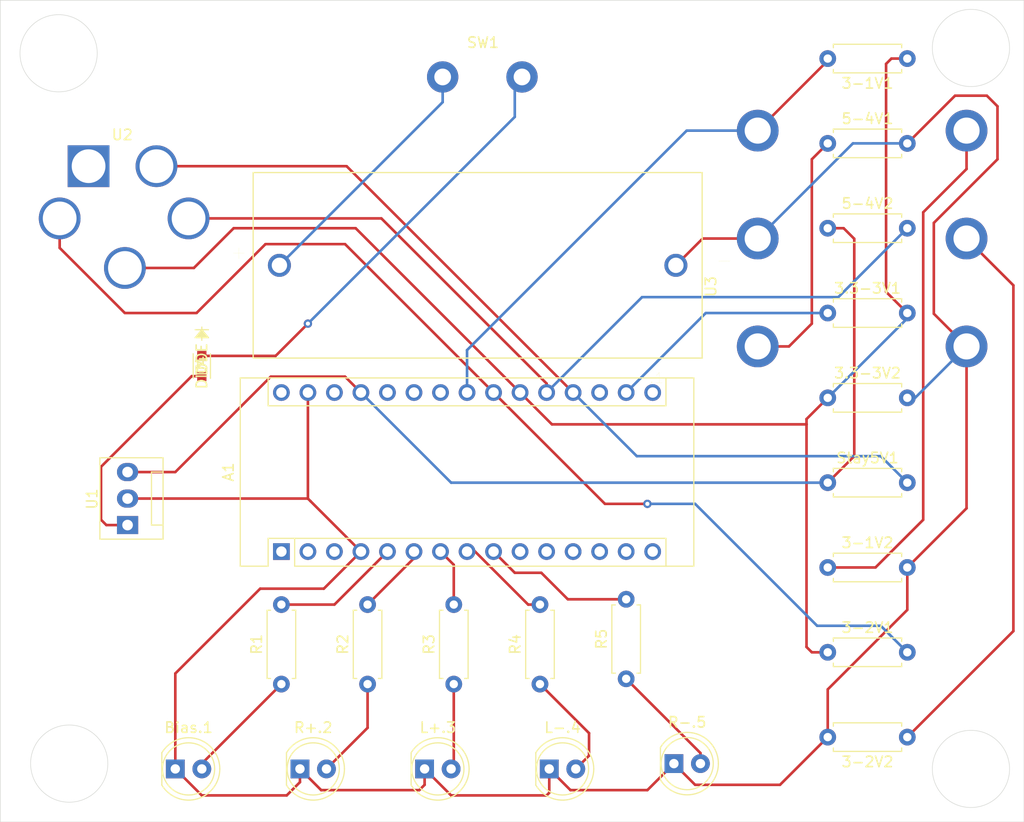
<source format=kicad_pcb>
(kicad_pcb (version 20171130) (host pcbnew "(5.1.10)-1")

  (general
    (thickness 1.6)
    (drawings 8)
    (tracks 153)
    (zones 0)
    (modules 26)
    (nets 25)
  )

  (page A4)
  (layers
    (0 F.Cu signal)
    (31 B.Cu signal)
    (32 B.Adhes user)
    (33 F.Adhes user)
    (34 B.Paste user)
    (35 F.Paste user)
    (36 B.SilkS user)
    (37 F.SilkS user)
    (38 B.Mask user)
    (39 F.Mask user)
    (40 Dwgs.User user)
    (41 Cmts.User user)
    (42 Eco1.User user)
    (43 Eco2.User user)
    (44 Edge.Cuts user)
    (45 Margin user)
    (46 B.CrtYd user)
    (47 F.CrtYd user)
    (48 B.Fab user)
    (49 F.Fab user)
  )

  (setup
    (last_trace_width 0.25)
    (trace_clearance 0.2)
    (zone_clearance 0.508)
    (zone_45_only no)
    (trace_min 0.2)
    (via_size 0.8)
    (via_drill 0.4)
    (via_min_size 0.4)
    (via_min_drill 0.3)
    (uvia_size 0.3)
    (uvia_drill 0.1)
    (uvias_allowed no)
    (uvia_min_size 0.2)
    (uvia_min_drill 0.1)
    (edge_width 0.05)
    (segment_width 0.2)
    (pcb_text_width 0.3)
    (pcb_text_size 1.5 1.5)
    (mod_edge_width 0.12)
    (mod_text_size 1 1)
    (mod_text_width 0.15)
    (pad_size 1.524 1.524)
    (pad_drill 0.762)
    (pad_to_mask_clearance 0)
    (aux_axis_origin 0 0)
    (visible_elements FFFFFF7F)
    (pcbplotparams
      (layerselection 0x010fc_ffffffff)
      (usegerberextensions true)
      (usegerberattributes true)
      (usegerberadvancedattributes true)
      (creategerberjobfile false)
      (excludeedgelayer true)
      (linewidth 0.100000)
      (plotframeref false)
      (viasonmask false)
      (mode 1)
      (useauxorigin false)
      (hpglpennumber 1)
      (hpglpenspeed 20)
      (hpglpendiameter 15.000000)
      (psnegative false)
      (psa4output false)
      (plotreference true)
      (plotvalue true)
      (plotinvisibletext false)
      (padsonsilk false)
      (subtractmaskfromsilk false)
      (outputformat 1)
      (mirror false)
      (drillshape 0)
      (scaleselection 1)
      (outputdirectory ""))
  )

  (net 0 "")
  (net 1 "Net-(.1-Pad2)")
  (net 2 Read1V)
  (net 3 Read3V)
  (net 4 "Net-(3-1V2-Pad1)")
  (net 5 GND)
  (net 6 Read2V)
  (net 7 "Net-(3-2V2-Pad1)")
  (net 8 3.3V)
  (net 9 "Net-(5-4V1-Pad1)")
  (net 10 5V)
  (net 11 Read4V)
  (net 12 Read5V)
  (net 13 BIAS)
  (net 14 R+)
  (net 15 L+)
  (net 16 L-)
  (net 17 R-)
  (net 18 "Net-(D4-Pad2)")
  (net 19 "Net-(Bias.1-Pad2)")
  (net 20 "Net-(L+.3-Pad2)")
  (net 21 "Net-(L-.4-Pad2)")
  (net 22 "Net-(R+.2-Pad2)")
  (net 23 "Net-(R-.5-Pad2)")
  (net 24 "Net-(D4-Pad1)")

  (net_class Default "This is the default net class."
    (clearance 0.2)
    (trace_width 0.25)
    (via_dia 0.8)
    (via_drill 0.4)
    (uvia_dia 0.3)
    (uvia_drill 0.1)
    (add_net 3.3V)
    (add_net 5V)
    (add_net BIAS)
    (add_net GND)
    (add_net L+)
    (add_net L-)
    (add_net "Net-(.1-Pad2)")
    (add_net "Net-(3-1V2-Pad1)")
    (add_net "Net-(3-2V2-Pad1)")
    (add_net "Net-(5-4V1-Pad1)")
    (add_net "Net-(Bias.1-Pad2)")
    (add_net "Net-(D4-Pad1)")
    (add_net "Net-(D4-Pad2)")
    (add_net "Net-(L+.3-Pad2)")
    (add_net "Net-(L-.4-Pad2)")
    (add_net "Net-(R+.2-Pad2)")
    (add_net "Net-(R-.5-Pad2)")
    (add_net R+)
    (add_net R-)
    (add_net Read1V)
    (add_net Read2V)
    (add_net Read3V)
    (add_net Read4V)
    (add_net Read5V)
  )

  (module Connector:FanPinHeader_1x03_P2.54mm_Vertical (layer F.Cu) (tedit 610C3CBA) (tstamp 610CCDCB)
    (at 114.808 119.888 90)
    (descr "3-pin CPU fan Through hole pin header, see http://www.formfactors.org/developer%5Cspecs%5Crev1_2_public.pdf")
    (tags "pin header 3-pin CPU fan")
    (path /610B779C)
    (fp_text reference U1 (at 2.5 -3.4 90) (layer F.SilkS)
      (effects (font (size 1 1) (thickness 0.15)))
    )
    (fp_text value DC-DCStepUp (at 2.55 4.5 90) (layer F.Fab)
      (effects (font (size 1 1) (thickness 0.15)))
    )
    (fp_line (start 6.85 -3.05) (end 6.85 3.8) (layer F.CrtYd) (width 0.05))
    (fp_line (start 6.85 -3.05) (end -1.75 -3.05) (layer F.CrtYd) (width 0.05))
    (fp_line (start -1.75 3.8) (end 6.85 3.8) (layer F.CrtYd) (width 0.05))
    (fp_line (start -1.75 3.8) (end -1.75 -3.05) (layer F.CrtYd) (width 0.05))
    (fp_line (start 5.08 2.29) (end 5.08 3.3) (layer F.SilkS) (width 0.12))
    (fp_line (start 0 2.29) (end 5.08 2.29) (layer F.SilkS) (width 0.12))
    (fp_line (start 0 3.3) (end 0 2.29) (layer F.SilkS) (width 0.12))
    (fp_line (start 6.35 3.3) (end -1.25 3.3) (layer F.Fab) (width 0.1))
    (fp_line (start 6.35 -2.55) (end 6.35 3.3) (layer F.Fab) (width 0.1))
    (fp_line (start -1.25 -2.55) (end 6.35 -2.55) (layer F.Fab) (width 0.1))
    (fp_line (start -1.25 3.3) (end -1.25 -2.55) (layer F.Fab) (width 0.1))
    (fp_line (start 0 2.3) (end 0 3.3) (layer F.Fab) (width 0.1))
    (fp_line (start 5.05 2.3) (end 0 2.3) (layer F.Fab) (width 0.1))
    (fp_line (start 5.05 3.3) (end 5.05 2.3) (layer F.Fab) (width 0.1))
    (fp_line (start 6.45 3.4) (end -1.35 3.4) (layer F.SilkS) (width 0.12))
    (fp_line (start 6.45 -2.65) (end 6.45 3.4) (layer F.SilkS) (width 0.12))
    (fp_line (start -1.35 -2.65) (end 6.45 -2.65) (layer F.SilkS) (width 0.12))
    (fp_line (start -1.35 3.4) (end -1.35 -2.65) (layer F.SilkS) (width 0.12))
    (fp_text user %R (at 2.45 1.8 90) (layer F.Fab)
      (effects (font (size 1 1) (thickness 0.15)))
    )
    (pad 1 thru_hole rect (at 0 0 180) (size 2.03 1.73) (drill 1.02) (layers *.Cu *.Mask)
      (net 18 "Net-(D4-Pad2)"))
    (pad 3 thru_hole oval (at 2.54 0 180) (size 2.03 1.73) (drill 1.02) (layers *.Cu *.Mask)
      (net 5 GND))
    (pad 2 thru_hole oval (at 5.08 0 180) (size 2.03 1.73) (drill 1.02) (layers *.Cu *.Mask)
      (net 10 5V))
    (model ${KISYS3DMOD}/Connector.3dshapes/FanPinHeader_1x03_P2.54mm_Vertical.wrl
      (at (xyz 0 0 0))
      (scale (xyz 1 1 1))
      (rotate (xyz 0 0 0))
    )
  )

  (module 8MagnetTester4Filter:BAT_BH123A (layer F.Cu) (tedit 60CBF877) (tstamp 610CCBA0)
    (at 148.336 94.996 180)
    (path /610B3B98)
    (fp_text reference .1 (at -17.145 -10.795) (layer F.SilkS)
      (effects (font (size 1 1) (thickness 0.015)))
    )
    (fp_text value BatteryHolder (at -13.97 10.795) (layer F.Fab)
      (effects (font (size 1 1) (thickness 0.015)))
    )
    (fp_line (start -21.75 9.14) (end -21.75 -9.14) (layer F.CrtYd) (width 0.05))
    (fp_line (start 21.75 9.14) (end -21.75 9.14) (layer F.CrtYd) (width 0.05))
    (fp_line (start 21.75 -9.14) (end 21.75 9.14) (layer F.CrtYd) (width 0.05))
    (fp_line (start -21.75 -9.14) (end 21.75 -9.14) (layer F.CrtYd) (width 0.05))
    (fp_line (start 21.5 -8.89) (end 21.5 8.89) (layer F.SilkS) (width 0.127))
    (fp_line (start 21.5 8.89) (end -21.5 8.89) (layer F.SilkS) (width 0.127))
    (fp_line (start -21.5 8.89) (end -21.5 -8.89) (layer F.SilkS) (width 0.127))
    (fp_line (start -21.5 -8.89) (end 21.5 -8.89) (layer F.SilkS) (width 0.127))
    (fp_line (start -21.5 8.89) (end -21.5 -8.89) (layer F.Fab) (width 0.127))
    (fp_line (start 21.5 8.89) (end -21.5 8.89) (layer F.Fab) (width 0.127))
    (fp_line (start 21.5 -8.89) (end 21.5 8.89) (layer F.Fab) (width 0.127))
    (fp_line (start -21.5 -8.89) (end 21.5 -8.89) (layer F.Fab) (width 0.127))
    (fp_text user - (at -23.622 0.508) (layer F.Fab)
      (effects (font (size 1.4 1.4) (thickness 0.015)))
    )
    (fp_text user - (at -23.622 0.508) (layer F.SilkS)
      (effects (font (size 1.4 1.4) (thickness 0.015)))
    )
    (fp_text user + (at 22.86 1.27) (layer F.Fab)
      (effects (font (size 1.4 1.4) (thickness 0.015)))
    )
    (fp_text user + (at 22.86 1.27) (layer F.SilkS)
      (effects (font (size 1.4 1.4) (thickness 0.015)))
    )
    (pad None np_thru_hole circle (at 19.58 6.37 180) (size 1.27 1.27) (drill 1.27) (layers *.Cu *.Mask))
    (pad 2 thru_hole circle (at 18.985 0 180) (size 2.205 2.205) (drill 1.47) (layers *.Cu *.Mask)
      (net 1 "Net-(.1-Pad2)"))
    (pad 1 thru_hole circle (at -18.985 0 180) (size 2.205 2.205) (drill 1.47) (layers *.Cu *.Mask)
      (net 5 GND))
  )

  (module Resistor_THT:R_Axial_DIN0207_L6.3mm_D2.5mm_P7.62mm_Horizontal (layer F.Cu) (tedit 5AE5139B) (tstamp 610CCBB7)
    (at 189.484 75.184 180)
    (descr "Resistor, Axial_DIN0207 series, Axial, Horizontal, pin pitch=7.62mm, 0.25W = 1/4W, length*diameter=6.3*2.5mm^2, http://cdn-reichelt.de/documents/datenblatt/B400/1_4W%23YAG.pdf")
    (tags "Resistor Axial_DIN0207 series Axial Horizontal pin pitch 7.62mm 0.25W = 1/4W length 6.3mm diameter 2.5mm")
    (path /610ECA07)
    (fp_text reference 3-1V1 (at 3.81 -2.37) (layer F.SilkS)
      (effects (font (size 1 1) (thickness 0.15)))
    )
    (fp_text value "2 Ohm" (at 3.81 2.37) (layer F.Fab)
      (effects (font (size 1 1) (thickness 0.15)))
    )
    (fp_text user %R (at 3.81 0) (layer F.Fab)
      (effects (font (size 1 1) (thickness 0.15)))
    )
    (fp_line (start 0.66 -1.25) (end 0.66 1.25) (layer F.Fab) (width 0.1))
    (fp_line (start 0.66 1.25) (end 6.96 1.25) (layer F.Fab) (width 0.1))
    (fp_line (start 6.96 1.25) (end 6.96 -1.25) (layer F.Fab) (width 0.1))
    (fp_line (start 6.96 -1.25) (end 0.66 -1.25) (layer F.Fab) (width 0.1))
    (fp_line (start 0 0) (end 0.66 0) (layer F.Fab) (width 0.1))
    (fp_line (start 7.62 0) (end 6.96 0) (layer F.Fab) (width 0.1))
    (fp_line (start 0.54 -1.04) (end 0.54 -1.37) (layer F.SilkS) (width 0.12))
    (fp_line (start 0.54 -1.37) (end 7.08 -1.37) (layer F.SilkS) (width 0.12))
    (fp_line (start 7.08 -1.37) (end 7.08 -1.04) (layer F.SilkS) (width 0.12))
    (fp_line (start 0.54 1.04) (end 0.54 1.37) (layer F.SilkS) (width 0.12))
    (fp_line (start 0.54 1.37) (end 7.08 1.37) (layer F.SilkS) (width 0.12))
    (fp_line (start 7.08 1.37) (end 7.08 1.04) (layer F.SilkS) (width 0.12))
    (fp_line (start -1.05 -1.5) (end -1.05 1.5) (layer F.CrtYd) (width 0.05))
    (fp_line (start -1.05 1.5) (end 8.67 1.5) (layer F.CrtYd) (width 0.05))
    (fp_line (start 8.67 1.5) (end 8.67 -1.5) (layer F.CrtYd) (width 0.05))
    (fp_line (start 8.67 -1.5) (end -1.05 -1.5) (layer F.CrtYd) (width 0.05))
    (pad 2 thru_hole oval (at 7.62 0 180) (size 1.6 1.6) (drill 0.8) (layers *.Cu *.Mask)
      (net 2 Read1V))
    (pad 1 thru_hole circle (at 0 0 180) (size 1.6 1.6) (drill 0.8) (layers *.Cu *.Mask)
      (net 3 Read3V))
    (model ${KISYS3DMOD}/Resistor_THT.3dshapes/R_Axial_DIN0207_L6.3mm_D2.5mm_P7.62mm_Horizontal.wrl
      (at (xyz 0 0 0))
      (scale (xyz 1 1 1))
      (rotate (xyz 0 0 0))
    )
  )

  (module Resistor_THT:R_Axial_DIN0207_L6.3mm_D2.5mm_P7.62mm_Horizontal (layer F.Cu) (tedit 5AE5139B) (tstamp 610CCBCE)
    (at 181.864 123.952)
    (descr "Resistor, Axial_DIN0207 series, Axial, Horizontal, pin pitch=7.62mm, 0.25W = 1/4W, length*diameter=6.3*2.5mm^2, http://cdn-reichelt.de/documents/datenblatt/B400/1_4W%23YAG.pdf")
    (tags "Resistor Axial_DIN0207 series Axial Horizontal pin pitch 7.62mm 0.25W = 1/4W length 6.3mm diameter 2.5mm")
    (path /610ECA0D)
    (fp_text reference 3-1V2 (at 3.81 -2.37) (layer F.SilkS)
      (effects (font (size 1 1) (thickness 0.15)))
    )
    (fp_text value "1 Ohm or 0 Ohms bc wire is 1 Ohm" (at 3.81 2.37) (layer F.Fab)
      (effects (font (size 1 1) (thickness 0.15)))
    )
    (fp_line (start 8.67 -1.5) (end -1.05 -1.5) (layer F.CrtYd) (width 0.05))
    (fp_line (start 8.67 1.5) (end 8.67 -1.5) (layer F.CrtYd) (width 0.05))
    (fp_line (start -1.05 1.5) (end 8.67 1.5) (layer F.CrtYd) (width 0.05))
    (fp_line (start -1.05 -1.5) (end -1.05 1.5) (layer F.CrtYd) (width 0.05))
    (fp_line (start 7.08 1.37) (end 7.08 1.04) (layer F.SilkS) (width 0.12))
    (fp_line (start 0.54 1.37) (end 7.08 1.37) (layer F.SilkS) (width 0.12))
    (fp_line (start 0.54 1.04) (end 0.54 1.37) (layer F.SilkS) (width 0.12))
    (fp_line (start 7.08 -1.37) (end 7.08 -1.04) (layer F.SilkS) (width 0.12))
    (fp_line (start 0.54 -1.37) (end 7.08 -1.37) (layer F.SilkS) (width 0.12))
    (fp_line (start 0.54 -1.04) (end 0.54 -1.37) (layer F.SilkS) (width 0.12))
    (fp_line (start 7.62 0) (end 6.96 0) (layer F.Fab) (width 0.1))
    (fp_line (start 0 0) (end 0.66 0) (layer F.Fab) (width 0.1))
    (fp_line (start 6.96 -1.25) (end 0.66 -1.25) (layer F.Fab) (width 0.1))
    (fp_line (start 6.96 1.25) (end 6.96 -1.25) (layer F.Fab) (width 0.1))
    (fp_line (start 0.66 1.25) (end 6.96 1.25) (layer F.Fab) (width 0.1))
    (fp_line (start 0.66 -1.25) (end 0.66 1.25) (layer F.Fab) (width 0.1))
    (fp_text user %R (at 3.81 0) (layer F.Fab)
      (effects (font (size 1 1) (thickness 0.15)))
    )
    (pad 1 thru_hole circle (at 0 0) (size 1.6 1.6) (drill 0.8) (layers *.Cu *.Mask)
      (net 4 "Net-(3-1V2-Pad1)"))
    (pad 2 thru_hole oval (at 7.62 0) (size 1.6 1.6) (drill 0.8) (layers *.Cu *.Mask)
      (net 5 GND))
    (model ${KISYS3DMOD}/Resistor_THT.3dshapes/R_Axial_DIN0207_L6.3mm_D2.5mm_P7.62mm_Horizontal.wrl
      (at (xyz 0 0 0))
      (scale (xyz 1 1 1))
      (rotate (xyz 0 0 0))
    )
  )

  (module Resistor_THT:R_Axial_DIN0207_L6.3mm_D2.5mm_P7.62mm_Horizontal (layer F.Cu) (tedit 5AE5139B) (tstamp 610CCBE5)
    (at 181.864 132.08)
    (descr "Resistor, Axial_DIN0207 series, Axial, Horizontal, pin pitch=7.62mm, 0.25W = 1/4W, length*diameter=6.3*2.5mm^2, http://cdn-reichelt.de/documents/datenblatt/B400/1_4W%23YAG.pdf")
    (tags "Resistor Axial_DIN0207 series Axial Horizontal pin pitch 7.62mm 0.25W = 1/4W length 6.3mm diameter 2.5mm")
    (path /610EFCC1)
    (fp_text reference 3-2V1 (at 3.81 -2.37) (layer F.SilkS)
      (effects (font (size 1 1) (thickness 0.15)))
    )
    (fp_text value "1 Ohm" (at 3.81 2.37) (layer F.Fab)
      (effects (font (size 1 1) (thickness 0.15)))
    )
    (fp_line (start 8.67 -1.5) (end -1.05 -1.5) (layer F.CrtYd) (width 0.05))
    (fp_line (start 8.67 1.5) (end 8.67 -1.5) (layer F.CrtYd) (width 0.05))
    (fp_line (start -1.05 1.5) (end 8.67 1.5) (layer F.CrtYd) (width 0.05))
    (fp_line (start -1.05 -1.5) (end -1.05 1.5) (layer F.CrtYd) (width 0.05))
    (fp_line (start 7.08 1.37) (end 7.08 1.04) (layer F.SilkS) (width 0.12))
    (fp_line (start 0.54 1.37) (end 7.08 1.37) (layer F.SilkS) (width 0.12))
    (fp_line (start 0.54 1.04) (end 0.54 1.37) (layer F.SilkS) (width 0.12))
    (fp_line (start 7.08 -1.37) (end 7.08 -1.04) (layer F.SilkS) (width 0.12))
    (fp_line (start 0.54 -1.37) (end 7.08 -1.37) (layer F.SilkS) (width 0.12))
    (fp_line (start 0.54 -1.04) (end 0.54 -1.37) (layer F.SilkS) (width 0.12))
    (fp_line (start 7.62 0) (end 6.96 0) (layer F.Fab) (width 0.1))
    (fp_line (start 0 0) (end 0.66 0) (layer F.Fab) (width 0.1))
    (fp_line (start 6.96 -1.25) (end 0.66 -1.25) (layer F.Fab) (width 0.1))
    (fp_line (start 6.96 1.25) (end 6.96 -1.25) (layer F.Fab) (width 0.1))
    (fp_line (start 0.66 1.25) (end 6.96 1.25) (layer F.Fab) (width 0.1))
    (fp_line (start 0.66 -1.25) (end 0.66 1.25) (layer F.Fab) (width 0.1))
    (fp_text user %R (at 3.81 0) (layer F.Fab)
      (effects (font (size 1 1) (thickness 0.15)))
    )
    (pad 1 thru_hole circle (at 0 0) (size 1.6 1.6) (drill 0.8) (layers *.Cu *.Mask)
      (net 3 Read3V))
    (pad 2 thru_hole oval (at 7.62 0) (size 1.6 1.6) (drill 0.8) (layers *.Cu *.Mask)
      (net 6 Read2V))
    (model ${KISYS3DMOD}/Resistor_THT.3dshapes/R_Axial_DIN0207_L6.3mm_D2.5mm_P7.62mm_Horizontal.wrl
      (at (xyz 0 0 0))
      (scale (xyz 1 1 1))
      (rotate (xyz 0 0 0))
    )
  )

  (module Resistor_THT:R_Axial_DIN0207_L6.3mm_D2.5mm_P7.62mm_Horizontal (layer F.Cu) (tedit 5AE5139B) (tstamp 610CCBFC)
    (at 189.484 140.208 180)
    (descr "Resistor, Axial_DIN0207 series, Axial, Horizontal, pin pitch=7.62mm, 0.25W = 1/4W, length*diameter=6.3*2.5mm^2, http://cdn-reichelt.de/documents/datenblatt/B400/1_4W%23YAG.pdf")
    (tags "Resistor Axial_DIN0207 series Axial Horizontal pin pitch 7.62mm 0.25W = 1/4W length 6.3mm diameter 2.5mm")
    (path /610EFCC7)
    (fp_text reference 3-2V2 (at 3.81 -2.37) (layer F.SilkS)
      (effects (font (size 1 1) (thickness 0.15)))
    )
    (fp_text value "2 Ohm" (at 3.81 2.37) (layer F.Fab)
      (effects (font (size 1 1) (thickness 0.15)))
    )
    (fp_text user %R (at 3.81 0) (layer F.Fab)
      (effects (font (size 1 1) (thickness 0.15)))
    )
    (fp_line (start 0.66 -1.25) (end 0.66 1.25) (layer F.Fab) (width 0.1))
    (fp_line (start 0.66 1.25) (end 6.96 1.25) (layer F.Fab) (width 0.1))
    (fp_line (start 6.96 1.25) (end 6.96 -1.25) (layer F.Fab) (width 0.1))
    (fp_line (start 6.96 -1.25) (end 0.66 -1.25) (layer F.Fab) (width 0.1))
    (fp_line (start 0 0) (end 0.66 0) (layer F.Fab) (width 0.1))
    (fp_line (start 7.62 0) (end 6.96 0) (layer F.Fab) (width 0.1))
    (fp_line (start 0.54 -1.04) (end 0.54 -1.37) (layer F.SilkS) (width 0.12))
    (fp_line (start 0.54 -1.37) (end 7.08 -1.37) (layer F.SilkS) (width 0.12))
    (fp_line (start 7.08 -1.37) (end 7.08 -1.04) (layer F.SilkS) (width 0.12))
    (fp_line (start 0.54 1.04) (end 0.54 1.37) (layer F.SilkS) (width 0.12))
    (fp_line (start 0.54 1.37) (end 7.08 1.37) (layer F.SilkS) (width 0.12))
    (fp_line (start 7.08 1.37) (end 7.08 1.04) (layer F.SilkS) (width 0.12))
    (fp_line (start -1.05 -1.5) (end -1.05 1.5) (layer F.CrtYd) (width 0.05))
    (fp_line (start -1.05 1.5) (end 8.67 1.5) (layer F.CrtYd) (width 0.05))
    (fp_line (start 8.67 1.5) (end 8.67 -1.5) (layer F.CrtYd) (width 0.05))
    (fp_line (start 8.67 -1.5) (end -1.05 -1.5) (layer F.CrtYd) (width 0.05))
    (pad 2 thru_hole oval (at 7.62 0 180) (size 1.6 1.6) (drill 0.8) (layers *.Cu *.Mask)
      (net 5 GND))
    (pad 1 thru_hole circle (at 0 0 180) (size 1.6 1.6) (drill 0.8) (layers *.Cu *.Mask)
      (net 7 "Net-(3-2V2-Pad1)"))
    (model ${KISYS3DMOD}/Resistor_THT.3dshapes/R_Axial_DIN0207_L6.3mm_D2.5mm_P7.62mm_Horizontal.wrl
      (at (xyz 0 0 0))
      (scale (xyz 1 1 1))
      (rotate (xyz 0 0 0))
    )
  )

  (module Resistor_THT:R_Axial_DIN0207_L6.3mm_D2.5mm_P7.62mm_Horizontal (layer F.Cu) (tedit 5AE5139B) (tstamp 610CCC13)
    (at 181.864 99.568)
    (descr "Resistor, Axial_DIN0207 series, Axial, Horizontal, pin pitch=7.62mm, 0.25W = 1/4W, length*diameter=6.3*2.5mm^2, http://cdn-reichelt.de/documents/datenblatt/B400/1_4W%23YAG.pdf")
    (tags "Resistor Axial_DIN0207 series Axial Horizontal pin pitch 7.62mm 0.25W = 1/4W length 6.3mm diameter 2.5mm")
    (path /610F1905)
    (fp_text reference 3.3-3V1 (at 3.81 -2.37) (layer F.SilkS)
      (effects (font (size 1 1) (thickness 0.15)))
    )
    (fp_text value "1 Ohm" (at 3.81 2.37) (layer F.Fab)
      (effects (font (size 1 1) (thickness 0.15)))
    )
    (fp_line (start 8.67 -1.5) (end -1.05 -1.5) (layer F.CrtYd) (width 0.05))
    (fp_line (start 8.67 1.5) (end 8.67 -1.5) (layer F.CrtYd) (width 0.05))
    (fp_line (start -1.05 1.5) (end 8.67 1.5) (layer F.CrtYd) (width 0.05))
    (fp_line (start -1.05 -1.5) (end -1.05 1.5) (layer F.CrtYd) (width 0.05))
    (fp_line (start 7.08 1.37) (end 7.08 1.04) (layer F.SilkS) (width 0.12))
    (fp_line (start 0.54 1.37) (end 7.08 1.37) (layer F.SilkS) (width 0.12))
    (fp_line (start 0.54 1.04) (end 0.54 1.37) (layer F.SilkS) (width 0.12))
    (fp_line (start 7.08 -1.37) (end 7.08 -1.04) (layer F.SilkS) (width 0.12))
    (fp_line (start 0.54 -1.37) (end 7.08 -1.37) (layer F.SilkS) (width 0.12))
    (fp_line (start 0.54 -1.04) (end 0.54 -1.37) (layer F.SilkS) (width 0.12))
    (fp_line (start 7.62 0) (end 6.96 0) (layer F.Fab) (width 0.1))
    (fp_line (start 0 0) (end 0.66 0) (layer F.Fab) (width 0.1))
    (fp_line (start 6.96 -1.25) (end 0.66 -1.25) (layer F.Fab) (width 0.1))
    (fp_line (start 6.96 1.25) (end 6.96 -1.25) (layer F.Fab) (width 0.1))
    (fp_line (start 0.66 1.25) (end 6.96 1.25) (layer F.Fab) (width 0.1))
    (fp_line (start 0.66 -1.25) (end 0.66 1.25) (layer F.Fab) (width 0.1))
    (fp_text user %R (at 3.81 0) (layer F.Fab)
      (effects (font (size 1 1) (thickness 0.15)))
    )
    (pad 1 thru_hole circle (at 0 0) (size 1.6 1.6) (drill 0.8) (layers *.Cu *.Mask)
      (net 8 3.3V))
    (pad 2 thru_hole oval (at 7.62 0) (size 1.6 1.6) (drill 0.8) (layers *.Cu *.Mask)
      (net 3 Read3V))
    (model ${KISYS3DMOD}/Resistor_THT.3dshapes/R_Axial_DIN0207_L6.3mm_D2.5mm_P7.62mm_Horizontal.wrl
      (at (xyz 0 0 0))
      (scale (xyz 1 1 1))
      (rotate (xyz 0 0 0))
    )
  )

  (module Resistor_THT:R_Axial_DIN0207_L6.3mm_D2.5mm_P7.62mm_Horizontal (layer F.Cu) (tedit 5AE5139B) (tstamp 610CCC2A)
    (at 181.864 107.696)
    (descr "Resistor, Axial_DIN0207 series, Axial, Horizontal, pin pitch=7.62mm, 0.25W = 1/4W, length*diameter=6.3*2.5mm^2, http://cdn-reichelt.de/documents/datenblatt/B400/1_4W%23YAG.pdf")
    (tags "Resistor Axial_DIN0207 series Axial Horizontal pin pitch 7.62mm 0.25W = 1/4W length 6.3mm diameter 2.5mm")
    (path /610F190B)
    (fp_text reference 3.3-3V2 (at 3.81 -2.37) (layer F.SilkS)
      (effects (font (size 1 1) (thickness 0.15)))
    )
    (fp_text value "3 Ohms" (at 3.81 2.37) (layer F.Fab)
      (effects (font (size 1 1) (thickness 0.15)))
    )
    (fp_line (start 8.67 -1.5) (end -1.05 -1.5) (layer F.CrtYd) (width 0.05))
    (fp_line (start 8.67 1.5) (end 8.67 -1.5) (layer F.CrtYd) (width 0.05))
    (fp_line (start -1.05 1.5) (end 8.67 1.5) (layer F.CrtYd) (width 0.05))
    (fp_line (start -1.05 -1.5) (end -1.05 1.5) (layer F.CrtYd) (width 0.05))
    (fp_line (start 7.08 1.37) (end 7.08 1.04) (layer F.SilkS) (width 0.12))
    (fp_line (start 0.54 1.37) (end 7.08 1.37) (layer F.SilkS) (width 0.12))
    (fp_line (start 0.54 1.04) (end 0.54 1.37) (layer F.SilkS) (width 0.12))
    (fp_line (start 7.08 -1.37) (end 7.08 -1.04) (layer F.SilkS) (width 0.12))
    (fp_line (start 0.54 -1.37) (end 7.08 -1.37) (layer F.SilkS) (width 0.12))
    (fp_line (start 0.54 -1.04) (end 0.54 -1.37) (layer F.SilkS) (width 0.12))
    (fp_line (start 7.62 0) (end 6.96 0) (layer F.Fab) (width 0.1))
    (fp_line (start 0 0) (end 0.66 0) (layer F.Fab) (width 0.1))
    (fp_line (start 6.96 -1.25) (end 0.66 -1.25) (layer F.Fab) (width 0.1))
    (fp_line (start 6.96 1.25) (end 6.96 -1.25) (layer F.Fab) (width 0.1))
    (fp_line (start 0.66 1.25) (end 6.96 1.25) (layer F.Fab) (width 0.1))
    (fp_line (start 0.66 -1.25) (end 0.66 1.25) (layer F.Fab) (width 0.1))
    (fp_text user %R (at 3.81 0) (layer F.Fab)
      (effects (font (size 1 1) (thickness 0.15)))
    )
    (pad 1 thru_hole circle (at 0 0) (size 1.6 1.6) (drill 0.8) (layers *.Cu *.Mask)
      (net 3 Read3V))
    (pad 2 thru_hole oval (at 7.62 0) (size 1.6 1.6) (drill 0.8) (layers *.Cu *.Mask)
      (net 5 GND))
    (model ${KISYS3DMOD}/Resistor_THT.3dshapes/R_Axial_DIN0207_L6.3mm_D2.5mm_P7.62mm_Horizontal.wrl
      (at (xyz 0 0 0))
      (scale (xyz 1 1 1))
      (rotate (xyz 0 0 0))
    )
  )

  (module Resistor_THT:R_Axial_DIN0207_L6.3mm_D2.5mm_P7.62mm_Horizontal (layer F.Cu) (tedit 5AE5139B) (tstamp 610CCC41)
    (at 181.864 83.312)
    (descr "Resistor, Axial_DIN0207 series, Axial, Horizontal, pin pitch=7.62mm, 0.25W = 1/4W, length*diameter=6.3*2.5mm^2, http://cdn-reichelt.de/documents/datenblatt/B400/1_4W%23YAG.pdf")
    (tags "Resistor Axial_DIN0207 series Axial Horizontal pin pitch 7.62mm 0.25W = 1/4W length 6.3mm diameter 2.5mm")
    (path /610E3853)
    (fp_text reference 5-4V1 (at 3.81 -2.37) (layer F.SilkS)
      (effects (font (size 1 1) (thickness 0.15)))
    )
    (fp_text value "8 Ohms" (at 3.81 2.37) (layer F.Fab)
      (effects (font (size 1 1) (thickness 0.15)))
    )
    (fp_text user %R (at 3.81 0) (layer F.Fab)
      (effects (font (size 1 1) (thickness 0.15)))
    )
    (fp_line (start 0.66 -1.25) (end 0.66 1.25) (layer F.Fab) (width 0.1))
    (fp_line (start 0.66 1.25) (end 6.96 1.25) (layer F.Fab) (width 0.1))
    (fp_line (start 6.96 1.25) (end 6.96 -1.25) (layer F.Fab) (width 0.1))
    (fp_line (start 6.96 -1.25) (end 0.66 -1.25) (layer F.Fab) (width 0.1))
    (fp_line (start 0 0) (end 0.66 0) (layer F.Fab) (width 0.1))
    (fp_line (start 7.62 0) (end 6.96 0) (layer F.Fab) (width 0.1))
    (fp_line (start 0.54 -1.04) (end 0.54 -1.37) (layer F.SilkS) (width 0.12))
    (fp_line (start 0.54 -1.37) (end 7.08 -1.37) (layer F.SilkS) (width 0.12))
    (fp_line (start 7.08 -1.37) (end 7.08 -1.04) (layer F.SilkS) (width 0.12))
    (fp_line (start 0.54 1.04) (end 0.54 1.37) (layer F.SilkS) (width 0.12))
    (fp_line (start 0.54 1.37) (end 7.08 1.37) (layer F.SilkS) (width 0.12))
    (fp_line (start 7.08 1.37) (end 7.08 1.04) (layer F.SilkS) (width 0.12))
    (fp_line (start -1.05 -1.5) (end -1.05 1.5) (layer F.CrtYd) (width 0.05))
    (fp_line (start -1.05 1.5) (end 8.67 1.5) (layer F.CrtYd) (width 0.05))
    (fp_line (start 8.67 1.5) (end 8.67 -1.5) (layer F.CrtYd) (width 0.05))
    (fp_line (start 8.67 -1.5) (end -1.05 -1.5) (layer F.CrtYd) (width 0.05))
    (pad 2 thru_hole oval (at 7.62 0) (size 1.6 1.6) (drill 0.8) (layers *.Cu *.Mask)
      (net 5 GND))
    (pad 1 thru_hole circle (at 0 0) (size 1.6 1.6) (drill 0.8) (layers *.Cu *.Mask)
      (net 9 "Net-(5-4V1-Pad1)"))
    (model ${KISYS3DMOD}/Resistor_THT.3dshapes/R_Axial_DIN0207_L6.3mm_D2.5mm_P7.62mm_Horizontal.wrl
      (at (xyz 0 0 0))
      (scale (xyz 1 1 1))
      (rotate (xyz 0 0 0))
    )
  )

  (module Resistor_THT:R_Axial_DIN0207_L6.3mm_D2.5mm_P7.62mm_Horizontal (layer F.Cu) (tedit 5AE5139B) (tstamp 610CCC58)
    (at 181.864 91.44)
    (descr "Resistor, Axial_DIN0207 series, Axial, Horizontal, pin pitch=7.62mm, 0.25W = 1/4W, length*diameter=6.3*2.5mm^2, http://cdn-reichelt.de/documents/datenblatt/B400/1_4W%23YAG.pdf")
    (tags "Resistor Axial_DIN0207 series Axial Horizontal pin pitch 7.62mm 0.25W = 1/4W length 6.3mm diameter 2.5mm")
    (path /610E30DD)
    (fp_text reference 5-4V2 (at 3.81 -2.37) (layer F.SilkS)
      (effects (font (size 1 1) (thickness 0.15)))
    )
    (fp_text value "2 Ohms" (at 3.81 2.37) (layer F.Fab)
      (effects (font (size 1 1) (thickness 0.15)))
    )
    (fp_line (start 8.67 -1.5) (end -1.05 -1.5) (layer F.CrtYd) (width 0.05))
    (fp_line (start 8.67 1.5) (end 8.67 -1.5) (layer F.CrtYd) (width 0.05))
    (fp_line (start -1.05 1.5) (end 8.67 1.5) (layer F.CrtYd) (width 0.05))
    (fp_line (start -1.05 -1.5) (end -1.05 1.5) (layer F.CrtYd) (width 0.05))
    (fp_line (start 7.08 1.37) (end 7.08 1.04) (layer F.SilkS) (width 0.12))
    (fp_line (start 0.54 1.37) (end 7.08 1.37) (layer F.SilkS) (width 0.12))
    (fp_line (start 0.54 1.04) (end 0.54 1.37) (layer F.SilkS) (width 0.12))
    (fp_line (start 7.08 -1.37) (end 7.08 -1.04) (layer F.SilkS) (width 0.12))
    (fp_line (start 0.54 -1.37) (end 7.08 -1.37) (layer F.SilkS) (width 0.12))
    (fp_line (start 0.54 -1.04) (end 0.54 -1.37) (layer F.SilkS) (width 0.12))
    (fp_line (start 7.62 0) (end 6.96 0) (layer F.Fab) (width 0.1))
    (fp_line (start 0 0) (end 0.66 0) (layer F.Fab) (width 0.1))
    (fp_line (start 6.96 -1.25) (end 0.66 -1.25) (layer F.Fab) (width 0.1))
    (fp_line (start 6.96 1.25) (end 6.96 -1.25) (layer F.Fab) (width 0.1))
    (fp_line (start 0.66 1.25) (end 6.96 1.25) (layer F.Fab) (width 0.1))
    (fp_line (start 0.66 -1.25) (end 0.66 1.25) (layer F.Fab) (width 0.1))
    (fp_text user %R (at 3.81 0) (layer F.Fab)
      (effects (font (size 1 1) (thickness 0.15)))
    )
    (pad 1 thru_hole circle (at 0 0) (size 1.6 1.6) (drill 0.8) (layers *.Cu *.Mask)
      (net 10 5V))
    (pad 2 thru_hole oval (at 7.62 0) (size 1.6 1.6) (drill 0.8) (layers *.Cu *.Mask)
      (net 11 Read4V))
    (model ${KISYS3DMOD}/Resistor_THT.3dshapes/R_Axial_DIN0207_L6.3mm_D2.5mm_P7.62mm_Horizontal.wrl
      (at (xyz 0 0 0))
      (scale (xyz 1 1 1))
      (rotate (xyz 0 0 0))
    )
  )

  (module Module:Arduino_Nano (layer F.Cu) (tedit 58ACAF70) (tstamp 610CCC95)
    (at 129.54 122.428 90)
    (descr "Arduino Nano, http://www.mouser.com/pdfdocs/Gravitech_Arduino_Nano3_0.pdf")
    (tags "Arduino Nano")
    (path /610B884B)
    (fp_text reference A1 (at 7.62 -5.08 90) (layer F.SilkS)
      (effects (font (size 1 1) (thickness 0.15)))
    )
    (fp_text value Arduino_Nano_v3.x (at 8.89 19.05) (layer F.Fab)
      (effects (font (size 1 1) (thickness 0.15)))
    )
    (fp_line (start 16.75 42.16) (end -1.53 42.16) (layer F.CrtYd) (width 0.05))
    (fp_line (start 16.75 42.16) (end 16.75 -4.06) (layer F.CrtYd) (width 0.05))
    (fp_line (start -1.53 -4.06) (end -1.53 42.16) (layer F.CrtYd) (width 0.05))
    (fp_line (start -1.53 -4.06) (end 16.75 -4.06) (layer F.CrtYd) (width 0.05))
    (fp_line (start 16.51 -3.81) (end 16.51 39.37) (layer F.Fab) (width 0.1))
    (fp_line (start 0 -3.81) (end 16.51 -3.81) (layer F.Fab) (width 0.1))
    (fp_line (start -1.27 -2.54) (end 0 -3.81) (layer F.Fab) (width 0.1))
    (fp_line (start -1.27 39.37) (end -1.27 -2.54) (layer F.Fab) (width 0.1))
    (fp_line (start 16.51 39.37) (end -1.27 39.37) (layer F.Fab) (width 0.1))
    (fp_line (start 16.64 -3.94) (end -1.4 -3.94) (layer F.SilkS) (width 0.12))
    (fp_line (start 16.64 39.5) (end 16.64 -3.94) (layer F.SilkS) (width 0.12))
    (fp_line (start -1.4 39.5) (end 16.64 39.5) (layer F.SilkS) (width 0.12))
    (fp_line (start 3.81 41.91) (end 3.81 31.75) (layer F.Fab) (width 0.1))
    (fp_line (start 11.43 41.91) (end 3.81 41.91) (layer F.Fab) (width 0.1))
    (fp_line (start 11.43 31.75) (end 11.43 41.91) (layer F.Fab) (width 0.1))
    (fp_line (start 3.81 31.75) (end 11.43 31.75) (layer F.Fab) (width 0.1))
    (fp_line (start 1.27 36.83) (end -1.4 36.83) (layer F.SilkS) (width 0.12))
    (fp_line (start 1.27 1.27) (end 1.27 36.83) (layer F.SilkS) (width 0.12))
    (fp_line (start 1.27 1.27) (end -1.4 1.27) (layer F.SilkS) (width 0.12))
    (fp_line (start 13.97 36.83) (end 16.64 36.83) (layer F.SilkS) (width 0.12))
    (fp_line (start 13.97 -1.27) (end 13.97 36.83) (layer F.SilkS) (width 0.12))
    (fp_line (start 13.97 -1.27) (end 16.64 -1.27) (layer F.SilkS) (width 0.12))
    (fp_line (start -1.4 -3.94) (end -1.4 -1.27) (layer F.SilkS) (width 0.12))
    (fp_line (start -1.4 1.27) (end -1.4 39.5) (layer F.SilkS) (width 0.12))
    (fp_line (start 1.27 -1.27) (end -1.4 -1.27) (layer F.SilkS) (width 0.12))
    (fp_line (start 1.27 1.27) (end 1.27 -1.27) (layer F.SilkS) (width 0.12))
    (fp_text user %R (at 6.35 19.05) (layer F.Fab)
      (effects (font (size 1 1) (thickness 0.15)))
    )
    (pad 1 thru_hole rect (at 0 0 90) (size 1.6 1.6) (drill 1) (layers *.Cu *.Mask))
    (pad 17 thru_hole oval (at 15.24 33.02 90) (size 1.6 1.6) (drill 1) (layers *.Cu *.Mask)
      (net 8 3.3V))
    (pad 2 thru_hole oval (at 0 2.54 90) (size 1.6 1.6) (drill 1) (layers *.Cu *.Mask))
    (pad 18 thru_hole oval (at 15.24 30.48 90) (size 1.6 1.6) (drill 1) (layers *.Cu *.Mask))
    (pad 3 thru_hole oval (at 0 5.08 90) (size 1.6 1.6) (drill 1) (layers *.Cu *.Mask))
    (pad 19 thru_hole oval (at 15.24 27.94 90) (size 1.6 1.6) (drill 1) (layers *.Cu *.Mask)
      (net 12 Read5V))
    (pad 4 thru_hole oval (at 0 7.62 90) (size 1.6 1.6) (drill 1) (layers *.Cu *.Mask)
      (net 5 GND))
    (pad 20 thru_hole oval (at 15.24 25.4 90) (size 1.6 1.6) (drill 1) (layers *.Cu *.Mask)
      (net 11 Read4V))
    (pad 5 thru_hole oval (at 0 10.16 90) (size 1.6 1.6) (drill 1) (layers *.Cu *.Mask)
      (net 13 BIAS))
    (pad 21 thru_hole oval (at 15.24 22.86 90) (size 1.6 1.6) (drill 1) (layers *.Cu *.Mask)
      (net 3 Read3V))
    (pad 6 thru_hole oval (at 0 12.7 90) (size 1.6 1.6) (drill 1) (layers *.Cu *.Mask)
      (net 14 R+))
    (pad 22 thru_hole oval (at 15.24 20.32 90) (size 1.6 1.6) (drill 1) (layers *.Cu *.Mask)
      (net 6 Read2V))
    (pad 7 thru_hole oval (at 0 15.24 90) (size 1.6 1.6) (drill 1) (layers *.Cu *.Mask)
      (net 15 L+))
    (pad 23 thru_hole oval (at 15.24 17.78 90) (size 1.6 1.6) (drill 1) (layers *.Cu *.Mask)
      (net 2 Read1V))
    (pad 8 thru_hole oval (at 0 17.78 90) (size 1.6 1.6) (drill 1) (layers *.Cu *.Mask)
      (net 16 L-))
    (pad 24 thru_hole oval (at 15.24 15.24 90) (size 1.6 1.6) (drill 1) (layers *.Cu *.Mask))
    (pad 9 thru_hole oval (at 0 20.32 90) (size 1.6 1.6) (drill 1) (layers *.Cu *.Mask)
      (net 17 R-))
    (pad 25 thru_hole oval (at 15.24 12.7 90) (size 1.6 1.6) (drill 1) (layers *.Cu *.Mask))
    (pad 10 thru_hole oval (at 0 22.86 90) (size 1.6 1.6) (drill 1) (layers *.Cu *.Mask))
    (pad 26 thru_hole oval (at 15.24 10.16 90) (size 1.6 1.6) (drill 1) (layers *.Cu *.Mask))
    (pad 11 thru_hole oval (at 0 25.4 90) (size 1.6 1.6) (drill 1) (layers *.Cu *.Mask))
    (pad 27 thru_hole oval (at 15.24 7.62 90) (size 1.6 1.6) (drill 1) (layers *.Cu *.Mask)
      (net 10 5V))
    (pad 12 thru_hole oval (at 0 27.94 90) (size 1.6 1.6) (drill 1) (layers *.Cu *.Mask))
    (pad 28 thru_hole oval (at 15.24 5.08 90) (size 1.6 1.6) (drill 1) (layers *.Cu *.Mask))
    (pad 13 thru_hole oval (at 0 30.48 90) (size 1.6 1.6) (drill 1) (layers *.Cu *.Mask))
    (pad 29 thru_hole oval (at 15.24 2.54 90) (size 1.6 1.6) (drill 1) (layers *.Cu *.Mask)
      (net 5 GND))
    (pad 14 thru_hole oval (at 0 33.02 90) (size 1.6 1.6) (drill 1) (layers *.Cu *.Mask))
    (pad 30 thru_hole oval (at 15.24 0 90) (size 1.6 1.6) (drill 1) (layers *.Cu *.Mask))
    (pad 15 thru_hole oval (at 0 35.56 90) (size 1.6 1.6) (drill 1) (layers *.Cu *.Mask))
    (pad 16 thru_hole oval (at 15.24 35.56 90) (size 1.6 1.6) (drill 1) (layers *.Cu *.Mask))
    (model ${KISYS3DMOD}/Module.3dshapes/Arduino_Nano_WithMountingHoles.wrl
      (at (xyz 0 0 0))
      (scale (xyz 1 1 1))
      (rotate (xyz 0 0 0))
    )
  )

  (module LED_THT:LED_D5.0mm (layer F.Cu) (tedit 5995936A) (tstamp 610CCCA7)
    (at 119.38 143.256)
    (descr "LED, diameter 5.0mm, 2 pins, http://cdn-reichelt.de/documents/datenblatt/A500/LL-504BC2E-009.pdf")
    (tags "LED diameter 5.0mm 2 pins")
    (path /610C50F9)
    (fp_text reference Bias.1 (at 1.27 -3.96) (layer F.SilkS)
      (effects (font (size 1 1) (thickness 0.15)))
    )
    (fp_text value LED (at 1.27 3.96) (layer F.Fab)
      (effects (font (size 1 1) (thickness 0.15)))
    )
    (fp_line (start 4.5 -3.25) (end -1.95 -3.25) (layer F.CrtYd) (width 0.05))
    (fp_line (start 4.5 3.25) (end 4.5 -3.25) (layer F.CrtYd) (width 0.05))
    (fp_line (start -1.95 3.25) (end 4.5 3.25) (layer F.CrtYd) (width 0.05))
    (fp_line (start -1.95 -3.25) (end -1.95 3.25) (layer F.CrtYd) (width 0.05))
    (fp_line (start -1.29 -1.545) (end -1.29 1.545) (layer F.SilkS) (width 0.12))
    (fp_line (start -1.23 -1.469694) (end -1.23 1.469694) (layer F.Fab) (width 0.1))
    (fp_circle (center 1.27 0) (end 3.77 0) (layer F.SilkS) (width 0.12))
    (fp_circle (center 1.27 0) (end 3.77 0) (layer F.Fab) (width 0.1))
    (fp_arc (start 1.27 0) (end -1.23 -1.469694) (angle 299.1) (layer F.Fab) (width 0.1))
    (fp_arc (start 1.27 0) (end -1.29 -1.54483) (angle 148.9) (layer F.SilkS) (width 0.12))
    (fp_arc (start 1.27 0) (end -1.29 1.54483) (angle -148.9) (layer F.SilkS) (width 0.12))
    (fp_text user %R (at 1.25 0) (layer F.Fab)
      (effects (font (size 0.8 0.8) (thickness 0.2)))
    )
    (pad 1 thru_hole rect (at 0 0) (size 1.8 1.8) (drill 0.9) (layers *.Cu *.Mask)
      (net 5 GND))
    (pad 2 thru_hole circle (at 2.54 0) (size 1.8 1.8) (drill 0.9) (layers *.Cu *.Mask)
      (net 19 "Net-(Bias.1-Pad2)"))
    (model ${KISYS3DMOD}/LED_THT.3dshapes/LED_D5.0mm.wrl
      (at (xyz 0 0 0))
      (scale (xyz 1 1 1))
      (rotate (xyz 0 0 0))
    )
  )

  (module LED_THT:LED_D5.0mm (layer F.Cu) (tedit 5995936A) (tstamp 610CCCB9)
    (at 131.318 143.256)
    (descr "LED, diameter 5.0mm, 2 pins, http://cdn-reichelt.de/documents/datenblatt/A500/LL-504BC2E-009.pdf")
    (tags "LED diameter 5.0mm 2 pins")
    (path /610C664D)
    (fp_text reference R+.2 (at 1.27 -3.96) (layer F.SilkS)
      (effects (font (size 1 1) (thickness 0.15)))
    )
    (fp_text value LED (at 1.27 3.96) (layer F.Fab)
      (effects (font (size 1 1) (thickness 0.15)))
    )
    (fp_text user %R (at 1.25 0) (layer F.Fab)
      (effects (font (size 0.8 0.8) (thickness 0.2)))
    )
    (fp_arc (start 1.27 0) (end -1.29 1.54483) (angle -148.9) (layer F.SilkS) (width 0.12))
    (fp_arc (start 1.27 0) (end -1.29 -1.54483) (angle 148.9) (layer F.SilkS) (width 0.12))
    (fp_arc (start 1.27 0) (end -1.23 -1.469694) (angle 299.1) (layer F.Fab) (width 0.1))
    (fp_circle (center 1.27 0) (end 3.77 0) (layer F.Fab) (width 0.1))
    (fp_circle (center 1.27 0) (end 3.77 0) (layer F.SilkS) (width 0.12))
    (fp_line (start -1.23 -1.469694) (end -1.23 1.469694) (layer F.Fab) (width 0.1))
    (fp_line (start -1.29 -1.545) (end -1.29 1.545) (layer F.SilkS) (width 0.12))
    (fp_line (start -1.95 -3.25) (end -1.95 3.25) (layer F.CrtYd) (width 0.05))
    (fp_line (start -1.95 3.25) (end 4.5 3.25) (layer F.CrtYd) (width 0.05))
    (fp_line (start 4.5 3.25) (end 4.5 -3.25) (layer F.CrtYd) (width 0.05))
    (fp_line (start 4.5 -3.25) (end -1.95 -3.25) (layer F.CrtYd) (width 0.05))
    (pad 2 thru_hole circle (at 2.54 0) (size 1.8 1.8) (drill 0.9) (layers *.Cu *.Mask)
      (net 22 "Net-(R+.2-Pad2)"))
    (pad 1 thru_hole rect (at 0 0) (size 1.8 1.8) (drill 0.9) (layers *.Cu *.Mask)
      (net 5 GND))
    (model ${KISYS3DMOD}/LED_THT.3dshapes/LED_D5.0mm.wrl
      (at (xyz 0 0 0))
      (scale (xyz 1 1 1))
      (rotate (xyz 0 0 0))
    )
  )

  (module LED_THT:LED_D5.0mm (layer F.Cu) (tedit 5995936A) (tstamp 610CCCCB)
    (at 143.256 143.256)
    (descr "LED, diameter 5.0mm, 2 pins, http://cdn-reichelt.de/documents/datenblatt/A500/LL-504BC2E-009.pdf")
    (tags "LED diameter 5.0mm 2 pins")
    (path /610C66AB)
    (fp_text reference L+.3 (at 1.27 -3.96) (layer F.SilkS)
      (effects (font (size 1 1) (thickness 0.15)))
    )
    (fp_text value LED (at 1.27 3.96) (layer F.Fab)
      (effects (font (size 1 1) (thickness 0.15)))
    )
    (fp_line (start 4.5 -3.25) (end -1.95 -3.25) (layer F.CrtYd) (width 0.05))
    (fp_line (start 4.5 3.25) (end 4.5 -3.25) (layer F.CrtYd) (width 0.05))
    (fp_line (start -1.95 3.25) (end 4.5 3.25) (layer F.CrtYd) (width 0.05))
    (fp_line (start -1.95 -3.25) (end -1.95 3.25) (layer F.CrtYd) (width 0.05))
    (fp_line (start -1.29 -1.545) (end -1.29 1.545) (layer F.SilkS) (width 0.12))
    (fp_line (start -1.23 -1.469694) (end -1.23 1.469694) (layer F.Fab) (width 0.1))
    (fp_circle (center 1.27 0) (end 3.77 0) (layer F.SilkS) (width 0.12))
    (fp_circle (center 1.27 0) (end 3.77 0) (layer F.Fab) (width 0.1))
    (fp_arc (start 1.27 0) (end -1.23 -1.469694) (angle 299.1) (layer F.Fab) (width 0.1))
    (fp_arc (start 1.27 0) (end -1.29 -1.54483) (angle 148.9) (layer F.SilkS) (width 0.12))
    (fp_arc (start 1.27 0) (end -1.29 1.54483) (angle -148.9) (layer F.SilkS) (width 0.12))
    (fp_text user %R (at 1.25 0) (layer F.Fab)
      (effects (font (size 0.8 0.8) (thickness 0.2)))
    )
    (pad 1 thru_hole rect (at 0 0) (size 1.8 1.8) (drill 0.9) (layers *.Cu *.Mask)
      (net 5 GND))
    (pad 2 thru_hole circle (at 2.54 0) (size 1.8 1.8) (drill 0.9) (layers *.Cu *.Mask)
      (net 20 "Net-(L+.3-Pad2)"))
    (model ${KISYS3DMOD}/LED_THT.3dshapes/LED_D5.0mm.wrl
      (at (xyz 0 0 0))
      (scale (xyz 1 1 1))
      (rotate (xyz 0 0 0))
    )
  )

  (module 8MagnetTester4Filter:SD0805S020S1R0 (layer F.Cu) (tedit 0) (tstamp 610CCD03)
    (at 121.92 104.648 270)
    (path /610B5DBF)
    (fp_text reference D4 (at 0 0 270) (layer F.SilkS)
      (effects (font (size 1 1) (thickness 0.15)))
    )
    (fp_text value DIODE (at 0 0 270) (layer F.SilkS)
      (effects (font (size 1 1) (thickness 0.15)))
    )
    (fp_text user "Copyright 2021 Accelerated Designs. All rights reserved." (at 0 0 270) (layer Cmts.User)
      (effects (font (size 0.127 0.127) (thickness 0.002)))
    )
    (fp_text user * (at 0 0 270) (layer F.SilkS)
      (effects (font (size 1 1) (thickness 0.15)))
    )
    (fp_text user * (at 0 0 270) (layer F.Fab)
      (effects (font (size 1 1) (thickness 0.15)))
    )
    (fp_text user 0.035in/0.889mm (at 3.4925 0 270) (layer Dwgs.User)
      (effects (font (size 1 1) (thickness 0.15)))
    )
    (fp_text user 0.114in/2.896mm (at 0 3.7465 270) (layer Dwgs.User)
      (effects (font (size 1 1) (thickness 0.15)))
    )
    (fp_text user 0.039in/0.991mm (at 0 -3.7465 270) (layer Dwgs.User)
      (effects (font (size 1 1) (thickness 0.15)))
    )
    (fp_line (start -2.4638 0) (end -3.7338 0) (layer F.Fab) (width 0.1))
    (fp_line (start -3.4798 -0.635) (end -3.4798 0.635) (layer F.Fab) (width 0.1))
    (fp_line (start -3.4798 0) (end -2.7178 -0.635) (layer F.Fab) (width 0.1))
    (fp_line (start -3.4798 0) (end -2.7178 -0.508) (layer F.Fab) (width 0.1))
    (fp_line (start -3.4798 0) (end -2.7178 -0.381) (layer F.Fab) (width 0.1))
    (fp_line (start -3.4798 0) (end -2.7178 -0.254) (layer F.Fab) (width 0.1))
    (fp_line (start -3.4798 0) (end -2.7178 -0.127) (layer F.Fab) (width 0.1))
    (fp_line (start -3.4798 0) (end -2.7178 0.635) (layer F.Fab) (width 0.1))
    (fp_line (start -3.4798 0) (end -2.7178 0.508) (layer F.Fab) (width 0.1))
    (fp_line (start -3.4798 0) (end -2.7178 0.381) (layer F.Fab) (width 0.1))
    (fp_line (start -3.4798 0) (end -2.7178 0.254) (layer F.Fab) (width 0.1))
    (fp_line (start -3.4798 0) (end -2.7178 0.127) (layer F.Fab) (width 0.1))
    (fp_line (start -2.7178 -0.635) (end -2.7178 0.635) (layer F.Fab) (width 0.1))
    (fp_line (start -2.4638 0) (end -3.7338 0) (layer F.SilkS) (width 0.12))
    (fp_line (start -3.4798 -0.635) (end -3.4798 0.635) (layer F.SilkS) (width 0.12))
    (fp_line (start -3.4798 0) (end -2.7178 -0.635) (layer F.SilkS) (width 0.12))
    (fp_line (start -3.4798 0) (end -2.7178 -0.508) (layer F.SilkS) (width 0.12))
    (fp_line (start -3.4798 0) (end -2.7178 -0.381) (layer F.SilkS) (width 0.12))
    (fp_line (start -3.4798 0) (end -2.7178 -0.254) (layer F.SilkS) (width 0.12))
    (fp_line (start -3.4798 0) (end -2.7178 -0.127) (layer F.SilkS) (width 0.12))
    (fp_line (start -3.4798 0) (end -2.7178 0.635) (layer F.SilkS) (width 0.12))
    (fp_line (start -3.4798 0) (end -2.7178 0.508) (layer F.SilkS) (width 0.12))
    (fp_line (start -3.4798 0) (end -2.7178 0.381) (layer F.SilkS) (width 0.12))
    (fp_line (start -3.4798 0) (end -2.7178 0.254) (layer F.SilkS) (width 0.12))
    (fp_line (start -3.4798 0) (end -2.7178 0.127) (layer F.SilkS) (width 0.12))
    (fp_line (start -2.7178 -0.635) (end -2.7178 0.635) (layer F.SilkS) (width 0.12))
    (fp_line (start -1.1811 0.8255) (end 1.1811 0.8255) (layer F.SilkS) (width 0.12))
    (fp_line (start 1.1811 -0.8255) (end -1.1811 -0.8255) (layer F.SilkS) (width 0.12))
    (fp_line (start -1.0541 0.6985) (end 1.0541 0.6985) (layer F.Fab) (width 0.1))
    (fp_line (start 1.0541 0.6985) (end 1.0541 -0.6985) (layer F.Fab) (width 0.1))
    (fp_line (start 1.0541 -0.6985) (end -1.0541 -0.6985) (layer F.Fab) (width 0.1))
    (fp_line (start -1.0541 -0.6985) (end -1.0541 0.6985) (layer F.Fab) (width 0.1))
    (fp_line (start -1.7018 0.6985) (end -1.7018 -0.6985) (layer F.CrtYd) (width 0.05))
    (fp_line (start -1.7018 -0.6985) (end -1.3081 -0.6985) (layer F.CrtYd) (width 0.05))
    (fp_line (start -1.3081 -0.6985) (end -1.3081 -0.9525) (layer F.CrtYd) (width 0.05))
    (fp_line (start -1.3081 -0.9525) (end 1.3081 -0.9525) (layer F.CrtYd) (width 0.05))
    (fp_line (start 1.3081 -0.9525) (end 1.3081 -0.6985) (layer F.CrtYd) (width 0.05))
    (fp_line (start 1.3081 -0.6985) (end 1.7018 -0.6985) (layer F.CrtYd) (width 0.05))
    (fp_line (start 1.7018 -0.6985) (end 1.7018 0.6985) (layer F.CrtYd) (width 0.05))
    (fp_line (start 1.7018 0.6985) (end 1.3081 0.6985) (layer F.CrtYd) (width 0.05))
    (fp_line (start 1.3081 0.6985) (end 1.3081 0.9525) (layer F.CrtYd) (width 0.05))
    (fp_line (start 1.3081 0.9525) (end -1.3081 0.9525) (layer F.CrtYd) (width 0.05))
    (fp_line (start -1.3081 0.9525) (end -1.3081 0.6985) (layer F.CrtYd) (width 0.05))
    (fp_line (start -1.3081 0.6985) (end -1.7018 0.6985) (layer F.CrtYd) (width 0.05))
    (pad 1 smd rect (at -0.97155 0 270) (size 0.9525 0.889) (layers F.Cu F.Paste F.Mask)
      (net 24 "Net-(D4-Pad1)"))
    (pad 2 smd rect (at 0.97155 0 270) (size 0.9525 0.889) (layers F.Cu F.Paste F.Mask)
      (net 18 "Net-(D4-Pad2)"))
  )

  (module LED_THT:LED_D5.0mm (layer F.Cu) (tedit 5995936A) (tstamp 610CCD15)
    (at 155.194 143.256)
    (descr "LED, diameter 5.0mm, 2 pins, http://cdn-reichelt.de/documents/datenblatt/A500/LL-504BC2E-009.pdf")
    (tags "LED diameter 5.0mm 2 pins")
    (path /610C76E6)
    (fp_text reference L-.4 (at 1.27 -3.96) (layer F.SilkS)
      (effects (font (size 1 1) (thickness 0.15)))
    )
    (fp_text value LED (at 1.27 3.96) (layer F.Fab)
      (effects (font (size 1 1) (thickness 0.15)))
    )
    (fp_text user %R (at 1.25 0) (layer F.Fab)
      (effects (font (size 0.8 0.8) (thickness 0.2)))
    )
    (fp_arc (start 1.27 0) (end -1.29 1.54483) (angle -148.9) (layer F.SilkS) (width 0.12))
    (fp_arc (start 1.27 0) (end -1.29 -1.54483) (angle 148.9) (layer F.SilkS) (width 0.12))
    (fp_arc (start 1.27 0) (end -1.23 -1.469694) (angle 299.1) (layer F.Fab) (width 0.1))
    (fp_circle (center 1.27 0) (end 3.77 0) (layer F.Fab) (width 0.1))
    (fp_circle (center 1.27 0) (end 3.77 0) (layer F.SilkS) (width 0.12))
    (fp_line (start -1.23 -1.469694) (end -1.23 1.469694) (layer F.Fab) (width 0.1))
    (fp_line (start -1.29 -1.545) (end -1.29 1.545) (layer F.SilkS) (width 0.12))
    (fp_line (start -1.95 -3.25) (end -1.95 3.25) (layer F.CrtYd) (width 0.05))
    (fp_line (start -1.95 3.25) (end 4.5 3.25) (layer F.CrtYd) (width 0.05))
    (fp_line (start 4.5 3.25) (end 4.5 -3.25) (layer F.CrtYd) (width 0.05))
    (fp_line (start 4.5 -3.25) (end -1.95 -3.25) (layer F.CrtYd) (width 0.05))
    (pad 2 thru_hole circle (at 2.54 0) (size 1.8 1.8) (drill 0.9) (layers *.Cu *.Mask)
      (net 21 "Net-(L-.4-Pad2)"))
    (pad 1 thru_hole rect (at 0 0) (size 1.8 1.8) (drill 0.9) (layers *.Cu *.Mask)
      (net 5 GND))
    (model ${KISYS3DMOD}/LED_THT.3dshapes/LED_D5.0mm.wrl
      (at (xyz 0 0 0))
      (scale (xyz 1 1 1))
      (rotate (xyz 0 0 0))
    )
  )

  (module LED_THT:LED_D5.0mm (layer F.Cu) (tedit 5995936A) (tstamp 610CCD27)
    (at 167.132 142.748)
    (descr "LED, diameter 5.0mm, 2 pins, http://cdn-reichelt.de/documents/datenblatt/A500/LL-504BC2E-009.pdf")
    (tags "LED diameter 5.0mm 2 pins")
    (path /610C8013)
    (fp_text reference R-.5 (at 1.27 -3.96) (layer F.SilkS)
      (effects (font (size 1 1) (thickness 0.15)))
    )
    (fp_text value LED (at 1.27 3.96) (layer F.Fab)
      (effects (font (size 1 1) (thickness 0.15)))
    )
    (fp_line (start 4.5 -3.25) (end -1.95 -3.25) (layer F.CrtYd) (width 0.05))
    (fp_line (start 4.5 3.25) (end 4.5 -3.25) (layer F.CrtYd) (width 0.05))
    (fp_line (start -1.95 3.25) (end 4.5 3.25) (layer F.CrtYd) (width 0.05))
    (fp_line (start -1.95 -3.25) (end -1.95 3.25) (layer F.CrtYd) (width 0.05))
    (fp_line (start -1.29 -1.545) (end -1.29 1.545) (layer F.SilkS) (width 0.12))
    (fp_line (start -1.23 -1.469694) (end -1.23 1.469694) (layer F.Fab) (width 0.1))
    (fp_circle (center 1.27 0) (end 3.77 0) (layer F.SilkS) (width 0.12))
    (fp_circle (center 1.27 0) (end 3.77 0) (layer F.Fab) (width 0.1))
    (fp_arc (start 1.27 0) (end -1.23 -1.469694) (angle 299.1) (layer F.Fab) (width 0.1))
    (fp_arc (start 1.27 0) (end -1.29 -1.54483) (angle 148.9) (layer F.SilkS) (width 0.12))
    (fp_arc (start 1.27 0) (end -1.29 1.54483) (angle -148.9) (layer F.SilkS) (width 0.12))
    (fp_text user %R (at 1.25 0) (layer F.Fab)
      (effects (font (size 0.8 0.8) (thickness 0.2)))
    )
    (pad 1 thru_hole rect (at 0 0) (size 1.8 1.8) (drill 0.9) (layers *.Cu *.Mask)
      (net 5 GND))
    (pad 2 thru_hole circle (at 2.54 0) (size 1.8 1.8) (drill 0.9) (layers *.Cu *.Mask)
      (net 23 "Net-(R-.5-Pad2)"))
    (model ${KISYS3DMOD}/LED_THT.3dshapes/LED_D5.0mm.wrl
      (at (xyz 0 0 0))
      (scale (xyz 1 1 1))
      (rotate (xyz 0 0 0))
    )
  )

  (module Resistor_THT:R_Axial_DIN0207_L6.3mm_D2.5mm_P7.62mm_Horizontal (layer F.Cu) (tedit 5AE5139B) (tstamp 610CCD3E)
    (at 129.54 135.128 90)
    (descr "Resistor, Axial_DIN0207 series, Axial, Horizontal, pin pitch=7.62mm, 0.25W = 1/4W, length*diameter=6.3*2.5mm^2, http://cdn-reichelt.de/documents/datenblatt/B400/1_4W%23YAG.pdf")
    (tags "Resistor Axial_DIN0207 series Axial Horizontal pin pitch 7.62mm 0.25W = 1/4W length 6.3mm diameter 2.5mm")
    (path /610BBCF2)
    (fp_text reference R1 (at 3.81 -2.37 90) (layer F.SilkS)
      (effects (font (size 1 1) (thickness 0.15)))
    )
    (fp_text value "150 Ohms" (at 3.81 2.37 90) (layer F.Fab)
      (effects (font (size 1 1) (thickness 0.15)))
    )
    (fp_text user %R (at 3.81 0 90) (layer F.Fab)
      (effects (font (size 1 1) (thickness 0.15)))
    )
    (fp_line (start 0.66 -1.25) (end 0.66 1.25) (layer F.Fab) (width 0.1))
    (fp_line (start 0.66 1.25) (end 6.96 1.25) (layer F.Fab) (width 0.1))
    (fp_line (start 6.96 1.25) (end 6.96 -1.25) (layer F.Fab) (width 0.1))
    (fp_line (start 6.96 -1.25) (end 0.66 -1.25) (layer F.Fab) (width 0.1))
    (fp_line (start 0 0) (end 0.66 0) (layer F.Fab) (width 0.1))
    (fp_line (start 7.62 0) (end 6.96 0) (layer F.Fab) (width 0.1))
    (fp_line (start 0.54 -1.04) (end 0.54 -1.37) (layer F.SilkS) (width 0.12))
    (fp_line (start 0.54 -1.37) (end 7.08 -1.37) (layer F.SilkS) (width 0.12))
    (fp_line (start 7.08 -1.37) (end 7.08 -1.04) (layer F.SilkS) (width 0.12))
    (fp_line (start 0.54 1.04) (end 0.54 1.37) (layer F.SilkS) (width 0.12))
    (fp_line (start 0.54 1.37) (end 7.08 1.37) (layer F.SilkS) (width 0.12))
    (fp_line (start 7.08 1.37) (end 7.08 1.04) (layer F.SilkS) (width 0.12))
    (fp_line (start -1.05 -1.5) (end -1.05 1.5) (layer F.CrtYd) (width 0.05))
    (fp_line (start -1.05 1.5) (end 8.67 1.5) (layer F.CrtYd) (width 0.05))
    (fp_line (start 8.67 1.5) (end 8.67 -1.5) (layer F.CrtYd) (width 0.05))
    (fp_line (start 8.67 -1.5) (end -1.05 -1.5) (layer F.CrtYd) (width 0.05))
    (pad 2 thru_hole oval (at 7.62 0 90) (size 1.6 1.6) (drill 0.8) (layers *.Cu *.Mask)
      (net 13 BIAS))
    (pad 1 thru_hole circle (at 0 0 90) (size 1.6 1.6) (drill 0.8) (layers *.Cu *.Mask)
      (net 19 "Net-(Bias.1-Pad2)"))
    (model ${KISYS3DMOD}/Resistor_THT.3dshapes/R_Axial_DIN0207_L6.3mm_D2.5mm_P7.62mm_Horizontal.wrl
      (at (xyz 0 0 0))
      (scale (xyz 1 1 1))
      (rotate (xyz 0 0 0))
    )
  )

  (module Resistor_THT:R_Axial_DIN0207_L6.3mm_D2.5mm_P7.62mm_Horizontal (layer F.Cu) (tedit 5AE5139B) (tstamp 610CCD55)
    (at 137.795 135.128 90)
    (descr "Resistor, Axial_DIN0207 series, Axial, Horizontal, pin pitch=7.62mm, 0.25W = 1/4W, length*diameter=6.3*2.5mm^2, http://cdn-reichelt.de/documents/datenblatt/B400/1_4W%23YAG.pdf")
    (tags "Resistor Axial_DIN0207 series Axial Horizontal pin pitch 7.62mm 0.25W = 1/4W length 6.3mm diameter 2.5mm")
    (path /610BC350)
    (fp_text reference R2 (at 3.81 -2.37 90) (layer F.SilkS)
      (effects (font (size 1 1) (thickness 0.15)))
    )
    (fp_text value "150 Ohms" (at 3.81 2.37 90) (layer F.Fab)
      (effects (font (size 1 1) (thickness 0.15)))
    )
    (fp_line (start 8.67 -1.5) (end -1.05 -1.5) (layer F.CrtYd) (width 0.05))
    (fp_line (start 8.67 1.5) (end 8.67 -1.5) (layer F.CrtYd) (width 0.05))
    (fp_line (start -1.05 1.5) (end 8.67 1.5) (layer F.CrtYd) (width 0.05))
    (fp_line (start -1.05 -1.5) (end -1.05 1.5) (layer F.CrtYd) (width 0.05))
    (fp_line (start 7.08 1.37) (end 7.08 1.04) (layer F.SilkS) (width 0.12))
    (fp_line (start 0.54 1.37) (end 7.08 1.37) (layer F.SilkS) (width 0.12))
    (fp_line (start 0.54 1.04) (end 0.54 1.37) (layer F.SilkS) (width 0.12))
    (fp_line (start 7.08 -1.37) (end 7.08 -1.04) (layer F.SilkS) (width 0.12))
    (fp_line (start 0.54 -1.37) (end 7.08 -1.37) (layer F.SilkS) (width 0.12))
    (fp_line (start 0.54 -1.04) (end 0.54 -1.37) (layer F.SilkS) (width 0.12))
    (fp_line (start 7.62 0) (end 6.96 0) (layer F.Fab) (width 0.1))
    (fp_line (start 0 0) (end 0.66 0) (layer F.Fab) (width 0.1))
    (fp_line (start 6.96 -1.25) (end 0.66 -1.25) (layer F.Fab) (width 0.1))
    (fp_line (start 6.96 1.25) (end 6.96 -1.25) (layer F.Fab) (width 0.1))
    (fp_line (start 0.66 1.25) (end 6.96 1.25) (layer F.Fab) (width 0.1))
    (fp_line (start 0.66 -1.25) (end 0.66 1.25) (layer F.Fab) (width 0.1))
    (fp_text user %R (at 3.81 0 180) (layer F.Fab)
      (effects (font (size 1 1) (thickness 0.15)))
    )
    (pad 1 thru_hole circle (at 0 0 90) (size 1.6 1.6) (drill 0.8) (layers *.Cu *.Mask)
      (net 22 "Net-(R+.2-Pad2)"))
    (pad 2 thru_hole oval (at 7.62 0 90) (size 1.6 1.6) (drill 0.8) (layers *.Cu *.Mask)
      (net 14 R+))
    (model ${KISYS3DMOD}/Resistor_THT.3dshapes/R_Axial_DIN0207_L6.3mm_D2.5mm_P7.62mm_Horizontal.wrl
      (at (xyz 0 0 0))
      (scale (xyz 1 1 1))
      (rotate (xyz 0 0 0))
    )
  )

  (module Resistor_THT:R_Axial_DIN0207_L6.3mm_D2.5mm_P7.62mm_Horizontal (layer F.Cu) (tedit 5AE5139B) (tstamp 610CCD6C)
    (at 146.05 135.128 90)
    (descr "Resistor, Axial_DIN0207 series, Axial, Horizontal, pin pitch=7.62mm, 0.25W = 1/4W, length*diameter=6.3*2.5mm^2, http://cdn-reichelt.de/documents/datenblatt/B400/1_4W%23YAG.pdf")
    (tags "Resistor Axial_DIN0207 series Axial Horizontal pin pitch 7.62mm 0.25W = 1/4W length 6.3mm diameter 2.5mm")
    (path /610BC495)
    (fp_text reference R3 (at 3.81 -2.37 90) (layer F.SilkS)
      (effects (font (size 1 1) (thickness 0.15)))
    )
    (fp_text value "150 Ohms" (at 3.81 2.37 90) (layer F.Fab)
      (effects (font (size 1 1) (thickness 0.15)))
    )
    (fp_text user %R (at 3.81 0 90) (layer F.Fab)
      (effects (font (size 1 1) (thickness 0.15)))
    )
    (fp_line (start 0.66 -1.25) (end 0.66 1.25) (layer F.Fab) (width 0.1))
    (fp_line (start 0.66 1.25) (end 6.96 1.25) (layer F.Fab) (width 0.1))
    (fp_line (start 6.96 1.25) (end 6.96 -1.25) (layer F.Fab) (width 0.1))
    (fp_line (start 6.96 -1.25) (end 0.66 -1.25) (layer F.Fab) (width 0.1))
    (fp_line (start 0 0) (end 0.66 0) (layer F.Fab) (width 0.1))
    (fp_line (start 7.62 0) (end 6.96 0) (layer F.Fab) (width 0.1))
    (fp_line (start 0.54 -1.04) (end 0.54 -1.37) (layer F.SilkS) (width 0.12))
    (fp_line (start 0.54 -1.37) (end 7.08 -1.37) (layer F.SilkS) (width 0.12))
    (fp_line (start 7.08 -1.37) (end 7.08 -1.04) (layer F.SilkS) (width 0.12))
    (fp_line (start 0.54 1.04) (end 0.54 1.37) (layer F.SilkS) (width 0.12))
    (fp_line (start 0.54 1.37) (end 7.08 1.37) (layer F.SilkS) (width 0.12))
    (fp_line (start 7.08 1.37) (end 7.08 1.04) (layer F.SilkS) (width 0.12))
    (fp_line (start -1.05 -1.5) (end -1.05 1.5) (layer F.CrtYd) (width 0.05))
    (fp_line (start -1.05 1.5) (end 8.67 1.5) (layer F.CrtYd) (width 0.05))
    (fp_line (start 8.67 1.5) (end 8.67 -1.5) (layer F.CrtYd) (width 0.05))
    (fp_line (start 8.67 -1.5) (end -1.05 -1.5) (layer F.CrtYd) (width 0.05))
    (pad 2 thru_hole oval (at 7.62 0 90) (size 1.6 1.6) (drill 0.8) (layers *.Cu *.Mask)
      (net 15 L+))
    (pad 1 thru_hole circle (at 0 0 90) (size 1.6 1.6) (drill 0.8) (layers *.Cu *.Mask)
      (net 20 "Net-(L+.3-Pad2)"))
    (model ${KISYS3DMOD}/Resistor_THT.3dshapes/R_Axial_DIN0207_L6.3mm_D2.5mm_P7.62mm_Horizontal.wrl
      (at (xyz 0 0 0))
      (scale (xyz 1 1 1))
      (rotate (xyz 0 0 0))
    )
  )

  (module Resistor_THT:R_Axial_DIN0207_L6.3mm_D2.5mm_P7.62mm_Horizontal (layer F.Cu) (tedit 5AE5139B) (tstamp 610CCD83)
    (at 154.305 135.128 90)
    (descr "Resistor, Axial_DIN0207 series, Axial, Horizontal, pin pitch=7.62mm, 0.25W = 1/4W, length*diameter=6.3*2.5mm^2, http://cdn-reichelt.de/documents/datenblatt/B400/1_4W%23YAG.pdf")
    (tags "Resistor Axial_DIN0207 series Axial Horizontal pin pitch 7.62mm 0.25W = 1/4W length 6.3mm diameter 2.5mm")
    (path /610BC647)
    (fp_text reference R4 (at 3.81 -2.37 90) (layer F.SilkS)
      (effects (font (size 1 1) (thickness 0.15)))
    )
    (fp_text value "150 ohms" (at 3.81 2.37 90) (layer F.Fab)
      (effects (font (size 1 1) (thickness 0.15)))
    )
    (fp_line (start 8.67 -1.5) (end -1.05 -1.5) (layer F.CrtYd) (width 0.05))
    (fp_line (start 8.67 1.5) (end 8.67 -1.5) (layer F.CrtYd) (width 0.05))
    (fp_line (start -1.05 1.5) (end 8.67 1.5) (layer F.CrtYd) (width 0.05))
    (fp_line (start -1.05 -1.5) (end -1.05 1.5) (layer F.CrtYd) (width 0.05))
    (fp_line (start 7.08 1.37) (end 7.08 1.04) (layer F.SilkS) (width 0.12))
    (fp_line (start 0.54 1.37) (end 7.08 1.37) (layer F.SilkS) (width 0.12))
    (fp_line (start 0.54 1.04) (end 0.54 1.37) (layer F.SilkS) (width 0.12))
    (fp_line (start 7.08 -1.37) (end 7.08 -1.04) (layer F.SilkS) (width 0.12))
    (fp_line (start 0.54 -1.37) (end 7.08 -1.37) (layer F.SilkS) (width 0.12))
    (fp_line (start 0.54 -1.04) (end 0.54 -1.37) (layer F.SilkS) (width 0.12))
    (fp_line (start 7.62 0) (end 6.96 0) (layer F.Fab) (width 0.1))
    (fp_line (start 0 0) (end 0.66 0) (layer F.Fab) (width 0.1))
    (fp_line (start 6.96 -1.25) (end 0.66 -1.25) (layer F.Fab) (width 0.1))
    (fp_line (start 6.96 1.25) (end 6.96 -1.25) (layer F.Fab) (width 0.1))
    (fp_line (start 0.66 1.25) (end 6.96 1.25) (layer F.Fab) (width 0.1))
    (fp_line (start 0.66 -1.25) (end 0.66 1.25) (layer F.Fab) (width 0.1))
    (fp_text user %R (at 3.81 0 90) (layer F.Fab)
      (effects (font (size 1 1) (thickness 0.15)))
    )
    (pad 1 thru_hole circle (at 0 0 90) (size 1.6 1.6) (drill 0.8) (layers *.Cu *.Mask)
      (net 21 "Net-(L-.4-Pad2)"))
    (pad 2 thru_hole oval (at 7.62 0 90) (size 1.6 1.6) (drill 0.8) (layers *.Cu *.Mask)
      (net 16 L-))
    (model ${KISYS3DMOD}/Resistor_THT.3dshapes/R_Axial_DIN0207_L6.3mm_D2.5mm_P7.62mm_Horizontal.wrl
      (at (xyz 0 0 0))
      (scale (xyz 1 1 1))
      (rotate (xyz 0 0 0))
    )
  )

  (module Resistor_THT:R_Axial_DIN0207_L6.3mm_D2.5mm_P7.62mm_Horizontal (layer F.Cu) (tedit 5AE5139B) (tstamp 610CCD9A)
    (at 162.56 134.62 90)
    (descr "Resistor, Axial_DIN0207 series, Axial, Horizontal, pin pitch=7.62mm, 0.25W = 1/4W, length*diameter=6.3*2.5mm^2, http://cdn-reichelt.de/documents/datenblatt/B400/1_4W%23YAG.pdf")
    (tags "Resistor Axial_DIN0207 series Axial Horizontal pin pitch 7.62mm 0.25W = 1/4W length 6.3mm diameter 2.5mm")
    (path /610BC708)
    (fp_text reference R5 (at 3.81 -2.37 90) (layer F.SilkS)
      (effects (font (size 1 1) (thickness 0.15)))
    )
    (fp_text value "150 Ohms" (at 3.81 2.37 90) (layer F.Fab)
      (effects (font (size 1 1) (thickness 0.15)))
    )
    (fp_text user %R (at 3.81 0 90) (layer F.Fab)
      (effects (font (size 1 1) (thickness 0.15)))
    )
    (fp_line (start 0.66 -1.25) (end 0.66 1.25) (layer F.Fab) (width 0.1))
    (fp_line (start 0.66 1.25) (end 6.96 1.25) (layer F.Fab) (width 0.1))
    (fp_line (start 6.96 1.25) (end 6.96 -1.25) (layer F.Fab) (width 0.1))
    (fp_line (start 6.96 -1.25) (end 0.66 -1.25) (layer F.Fab) (width 0.1))
    (fp_line (start 0 0) (end 0.66 0) (layer F.Fab) (width 0.1))
    (fp_line (start 7.62 0) (end 6.96 0) (layer F.Fab) (width 0.1))
    (fp_line (start 0.54 -1.04) (end 0.54 -1.37) (layer F.SilkS) (width 0.12))
    (fp_line (start 0.54 -1.37) (end 7.08 -1.37) (layer F.SilkS) (width 0.12))
    (fp_line (start 7.08 -1.37) (end 7.08 -1.04) (layer F.SilkS) (width 0.12))
    (fp_line (start 0.54 1.04) (end 0.54 1.37) (layer F.SilkS) (width 0.12))
    (fp_line (start 0.54 1.37) (end 7.08 1.37) (layer F.SilkS) (width 0.12))
    (fp_line (start 7.08 1.37) (end 7.08 1.04) (layer F.SilkS) (width 0.12))
    (fp_line (start -1.05 -1.5) (end -1.05 1.5) (layer F.CrtYd) (width 0.05))
    (fp_line (start -1.05 1.5) (end 8.67 1.5) (layer F.CrtYd) (width 0.05))
    (fp_line (start 8.67 1.5) (end 8.67 -1.5) (layer F.CrtYd) (width 0.05))
    (fp_line (start 8.67 -1.5) (end -1.05 -1.5) (layer F.CrtYd) (width 0.05))
    (pad 2 thru_hole oval (at 7.62 0 90) (size 1.6 1.6) (drill 0.8) (layers *.Cu *.Mask)
      (net 17 R-))
    (pad 1 thru_hole circle (at 0 0 90) (size 1.6 1.6) (drill 0.8) (layers *.Cu *.Mask)
      (net 23 "Net-(R-.5-Pad2)"))
    (model ${KISYS3DMOD}/Resistor_THT.3dshapes/R_Axial_DIN0207_L6.3mm_D2.5mm_P7.62mm_Horizontal.wrl
      (at (xyz 0 0 0))
      (scale (xyz 1 1 1))
      (rotate (xyz 0 0 0))
    )
  )

  (module Resistor_THT:R_Axial_DIN0207_L6.3mm_D2.5mm_P7.62mm_Horizontal (layer F.Cu) (tedit 5AE5139B) (tstamp 610CCDB1)
    (at 181.864 115.824)
    (descr "Resistor, Axial_DIN0207 series, Axial, Horizontal, pin pitch=7.62mm, 0.25W = 1/4W, length*diameter=6.3*2.5mm^2, http://cdn-reichelt.de/documents/datenblatt/B400/1_4W%23YAG.pdf")
    (tags "Resistor Axial_DIN0207 series Axial Horizontal pin pitch 7.62mm 0.25W = 1/4W length 6.3mm diameter 2.5mm")
    (path /611BA866)
    (fp_text reference Stay5V1 (at 3.81 -2.37) (layer F.SilkS)
      (effects (font (size 1 1) (thickness 0.15)))
    )
    (fp_text value "0 Ohms" (at 3.81 2.37) (layer F.Fab)
      (effects (font (size 1 1) (thickness 0.15)))
    )
    (fp_text user %R (at 3.81 0) (layer F.Fab)
      (effects (font (size 1 1) (thickness 0.15)))
    )
    (fp_line (start 0.66 -1.25) (end 0.66 1.25) (layer F.Fab) (width 0.1))
    (fp_line (start 0.66 1.25) (end 6.96 1.25) (layer F.Fab) (width 0.1))
    (fp_line (start 6.96 1.25) (end 6.96 -1.25) (layer F.Fab) (width 0.1))
    (fp_line (start 6.96 -1.25) (end 0.66 -1.25) (layer F.Fab) (width 0.1))
    (fp_line (start 0 0) (end 0.66 0) (layer F.Fab) (width 0.1))
    (fp_line (start 7.62 0) (end 6.96 0) (layer F.Fab) (width 0.1))
    (fp_line (start 0.54 -1.04) (end 0.54 -1.37) (layer F.SilkS) (width 0.12))
    (fp_line (start 0.54 -1.37) (end 7.08 -1.37) (layer F.SilkS) (width 0.12))
    (fp_line (start 7.08 -1.37) (end 7.08 -1.04) (layer F.SilkS) (width 0.12))
    (fp_line (start 0.54 1.04) (end 0.54 1.37) (layer F.SilkS) (width 0.12))
    (fp_line (start 0.54 1.37) (end 7.08 1.37) (layer F.SilkS) (width 0.12))
    (fp_line (start 7.08 1.37) (end 7.08 1.04) (layer F.SilkS) (width 0.12))
    (fp_line (start -1.05 -1.5) (end -1.05 1.5) (layer F.CrtYd) (width 0.05))
    (fp_line (start -1.05 1.5) (end 8.67 1.5) (layer F.CrtYd) (width 0.05))
    (fp_line (start 8.67 1.5) (end 8.67 -1.5) (layer F.CrtYd) (width 0.05))
    (fp_line (start 8.67 -1.5) (end -1.05 -1.5) (layer F.CrtYd) (width 0.05))
    (pad 2 thru_hole oval (at 7.62 0) (size 1.6 1.6) (drill 0.8) (layers *.Cu *.Mask)
      (net 12 Read5V))
    (pad 1 thru_hole circle (at 0 0) (size 1.6 1.6) (drill 0.8) (layers *.Cu *.Mask)
      (net 10 5V))
    (model ${KISYS3DMOD}/Resistor_THT.3dshapes/R_Axial_DIN0207_L6.3mm_D2.5mm_P7.62mm_Horizontal.wrl
      (at (xyz 0 0 0))
      (scale (xyz 1 1 1))
      (rotate (xyz 0 0 0))
    )
  )

  (module SimpleCableTesterStatics:Static5pinConnector (layer F.Cu) (tedit 610C2A19) (tstamp 610CCDD4)
    (at 114.3 86.36)
    (path /610D8D54)
    (fp_text reference U2 (at 0 -3.8688) (layer F.SilkS)
      (effects (font (size 1 1) (thickness 0.15)))
    )
    (fp_text value Stat5PinConnector (at 0 -4.8688) (layer F.Fab)
      (effects (font (size 1 1) (thickness 0.15)))
    )
    (pad 2 thru_hole oval (at -5.9944 4.1402) (size 4 4) (drill 3.23) (layers *.Cu *.Mask)
      (net 6 Read2V))
    (pad 1 thru_hole rect (at -3.2258 -0.8636) (size 4 4) (drill 3.23) (layers *.Cu *.Mask))
    (pad 4 thru_hole oval (at 6.35 4.1402) (size 4 4) (drill 3.23) (layers *.Cu *.Mask)
      (net 11 Read4V))
    (pad 3 thru_hole oval (at 0.254 8.89) (size 4 4) (drill 3.23) (layers *.Cu *.Mask)
      (net 3 Read3V))
    (pad 5 thru_hole oval (at 3.2766 -0.8636) (size 4 4) (drill 3.23) (layers *.Cu *.Mask)
      (net 12 Read5V))
  )

  (module SimpleCableTesterStatics:Left&rightChannel (layer F.Cu) (tedit 610C4CEC) (tstamp 610D31AE)
    (at 170.18 97.028 90)
    (path /61201D8E)
    (fp_text reference U3 (at 0 0.5 90) (layer F.SilkS)
      (effects (font (size 1 1) (thickness 0.15)))
    )
    (fp_text value LEFT&RightChannel (at 0 -0.5 90) (layer F.Fab)
      (effects (font (size 1 1) (thickness 0.15)))
    )
    (pad 4 thru_hole oval (at -5.7404 4.9784 90) (size 4 4) (drill 2.5) (layers *.Cu *.Mask)
      (net 9 "Net-(5-4V1-Pad1)"))
    (pad 3 thru_hole oval (at 4.5996 4.9784 90) (size 4 4) (drill 2.5) (layers *.Cu *.Mask)
      (net 5 GND))
    (pad 1L thru_hole oval (at 14.9396 4.9784 90) (size 4 4) (drill 2.5) (layers *.Cu *.Mask)
      (net 2 Read1V))
    (pad 2 thru_hole oval (at 4.5996 24.9784 90) (size 4 4) (drill 2.5) (layers *.Cu *.Mask)
      (net 7 "Net-(3-2V2-Pad1)"))
    (pad 1R thru_hole oval (at 14.9396 24.9784 90) (size 4 4) (drill 2.5) (layers *.Cu *.Mask)
      (net 4 "Net-(3-1V2-Pad1)"))
    (pad 5 thru_hole oval (at -5.7404 24.9784 90) (size 4 4) (drill 2.5) (layers *.Cu *.Mask)
      (net 5 GND))
  )

  (module SimpleCableTesterStatics:Switch (layer F.Cu) (tedit 610C7B33) (tstamp 610D3FB2)
    (at 148.844 73.152)
    (path /6123C201)
    (fp_text reference SW1 (at 0 0.5) (layer F.SilkS)
      (effects (font (size 1 1) (thickness 0.15)))
    )
    (fp_text value ON/OFF (at 0 -0.5) (layer F.Fab)
      (effects (font (size 1 1) (thickness 0.15)))
    )
    (pad 1 thru_hole oval (at -3.8586 3.7948) (size 3 3) (drill 1.6) (layers *.Cu *.Mask)
      (net 1 "Net-(.1-Pad2)"))
    (pad 2 thru_hole oval (at 3.7414 3.7948) (size 3 3) (drill 1.6) (layers *.Cu *.Mask)
      (net 24 "Net-(D4-Pad1)"))
  )

  (gr_line (start 102.616 69.596) (end 200.66 69.596) (layer Edge.Cuts) (width 0.05) (tstamp 610D417C))
  (gr_line (start 102.616 148.336) (end 102.616 69.596) (layer Edge.Cuts) (width 0.05))
  (gr_line (start 200.66 148.336) (end 102.616 148.336) (layer Edge.Cuts) (width 0.05))
  (gr_line (start 200.66 69.596) (end 200.66 148.336) (layer Edge.Cuts) (width 0.05))
  (gr_circle (center 109.22 142.748) (end 112.776 143.764) (layer Edge.Cuts) (width 0.05) (tstamp 610D3D90))
  (gr_circle (center 108.204 74.676) (end 111.76 75.692) (layer Edge.Cuts) (width 0.05) (tstamp 610D3D90))
  (gr_circle (center 195.58 74.168) (end 199.136 75.184) (layer Edge.Cuts) (width 0.05) (tstamp 610D3D90))
  (gr_circle (center 195.58 143.256) (end 199.136 144.272) (layer Edge.Cuts) (width 0.05))

  (segment (start 144.9854 79.3616) (end 129.351 94.996) (width 0.25) (layer B.Cu) (net 1))
  (segment (start 144.9854 76.9468) (end 144.9854 79.3616) (width 0.25) (layer B.Cu) (net 1))
  (segment (start 181.864 75.3828) (end 181.864 75.184) (width 0.25) (layer F.Cu) (net 2) (status 30))
  (segment (start 175.1584 82.0884) (end 181.864 75.3828) (width 0.25) (layer F.Cu) (net 2) (status 30))
  (segment (start 175.1584 82.0884) (end 168.3556 82.0884) (width 0.25) (layer B.Cu) (net 2) (status 10))
  (segment (start 147.32 103.124) (end 147.32 107.188) (width 0.25) (layer B.Cu) (net 2) (status 20))
  (segment (start 168.3556 82.0884) (end 147.32 103.124) (width 0.25) (layer B.Cu) (net 2))
  (segment (start 189.484 75.184) (end 187.96 75.184) (width 0.25) (layer F.Cu) (net 3) (status 10))
  (segment (start 187.96 75.184) (end 187.452 75.692) (width 0.25) (layer F.Cu) (net 3))
  (segment (start 187.452 97.536) (end 189.484 99.568) (width 0.25) (layer F.Cu) (net 3) (status 20))
  (segment (start 187.452 75.692) (end 187.452 97.536) (width 0.25) (layer F.Cu) (net 3))
  (segment (start 181.864 132.08) (end 180.34 132.08) (width 0.25) (layer F.Cu) (net 3) (status 10))
  (segment (start 180.34 132.08) (end 179.832 131.572) (width 0.25) (layer F.Cu) (net 3))
  (segment (start 179.832 109.728) (end 181.864 107.696) (width 0.25) (layer F.Cu) (net 3) (status 20))
  (segment (start 189.484 100.076) (end 189.484 99.568) (width 0.25) (layer B.Cu) (net 3) (status 30))
  (segment (start 181.864 107.696) (end 189.484 100.076) (width 0.25) (layer B.Cu) (net 3) (status 30))
  (segment (start 114.554 95.25) (end 121.158 95.25) (width 0.25) (layer F.Cu) (net 3) (status 10))
  (segment (start 121.158 95.25) (end 124.968 91.44) (width 0.25) (layer F.Cu) (net 3))
  (segment (start 136.652 91.44) (end 152.4 107.188) (width 0.25) (layer F.Cu) (net 3) (status 20))
  (segment (start 124.968 91.44) (end 136.652 91.44) (width 0.25) (layer F.Cu) (net 3))
  (segment (start 155.448 110.236) (end 179.832 110.236) (width 0.25) (layer F.Cu) (net 3))
  (segment (start 152.4 107.188) (end 155.448 110.236) (width 0.25) (layer F.Cu) (net 3) (status 10))
  (segment (start 179.832 110.236) (end 179.832 109.728) (width 0.25) (layer F.Cu) (net 3))
  (segment (start 179.832 131.572) (end 179.832 110.236) (width 0.25) (layer F.Cu) (net 3))
  (segment (start 191.008 119.38) (end 186.436 123.952) (width 0.25) (layer F.Cu) (net 4))
  (segment (start 186.436 123.952) (end 181.864 123.952) (width 0.25) (layer F.Cu) (net 4) (status 20))
  (segment (start 191.008 89.916) (end 191.008 119.38) (width 0.25) (layer F.Cu) (net 4))
  (segment (start 195.1584 85.7656) (end 191.008 89.916) (width 0.25) (layer F.Cu) (net 4))
  (segment (start 195.1584 82.0884) (end 195.1584 85.7656) (width 0.25) (layer F.Cu) (net 4) (status 10))
  (segment (start 167.132 142.748) (end 164.592 145.288) (width 0.25) (layer F.Cu) (net 5) (status 10))
  (segment (start 157.226 145.288) (end 155.194 143.256) (width 0.25) (layer F.Cu) (net 5) (status 20))
  (segment (start 164.592 145.288) (end 157.226 145.288) (width 0.25) (layer F.Cu) (net 5))
  (segment (start 155.194 143.256) (end 155.194 145.542) (width 0.25) (layer F.Cu) (net 5) (status 10))
  (segment (start 155.194 145.542) (end 154.94 145.796) (width 0.25) (layer F.Cu) (net 5))
  (segment (start 145.796 145.796) (end 143.256 143.256) (width 0.25) (layer F.Cu) (net 5) (status 20))
  (segment (start 154.94 145.796) (end 145.796 145.796) (width 0.25) (layer F.Cu) (net 5))
  (segment (start 143.256 143.256) (end 143.256 144.78) (width 0.25) (layer F.Cu) (net 5) (status 10))
  (segment (start 143.256 144.78) (end 142.748 145.288) (width 0.25) (layer F.Cu) (net 5))
  (segment (start 133.35 145.288) (end 131.318 143.256) (width 0.25) (layer F.Cu) (net 5) (status 20))
  (segment (start 142.748 145.288) (end 133.35 145.288) (width 0.25) (layer F.Cu) (net 5))
  (segment (start 131.318 143.256) (end 131.318 144.526) (width 0.25) (layer F.Cu) (net 5) (status 10))
  (segment (start 131.318 144.526) (end 130.048 145.796) (width 0.25) (layer F.Cu) (net 5))
  (segment (start 121.92 145.796) (end 119.38 143.256) (width 0.25) (layer F.Cu) (net 5) (status 20))
  (segment (start 130.048 145.796) (end 121.92 145.796) (width 0.25) (layer F.Cu) (net 5))
  (segment (start 137.16 122.428) (end 133.604 125.984) (width 0.25) (layer F.Cu) (net 5) (status 10))
  (segment (start 133.604 125.984) (end 127.508 125.984) (width 0.25) (layer F.Cu) (net 5))
  (segment (start 119.38 134.112) (end 119.38 143.256) (width 0.25) (layer F.Cu) (net 5) (status 20))
  (segment (start 127.508 125.984) (end 119.38 134.112) (width 0.25) (layer F.Cu) (net 5))
  (segment (start 132.08 107.188) (end 132.08 117.348) (width 0.25) (layer F.Cu) (net 5) (status 10))
  (segment (start 167.132 142.748) (end 169.164 144.78) (width 0.25) (layer F.Cu) (net 5) (status 10))
  (segment (start 177.292 144.78) (end 181.864 140.208) (width 0.25) (layer F.Cu) (net 5) (status 20))
  (segment (start 169.164 144.78) (end 177.292 144.78) (width 0.25) (layer F.Cu) (net 5))
  (segment (start 132.08 117.348) (end 132.334 117.602) (width 0.25) (layer F.Cu) (net 5))
  (segment (start 114.808 117.348) (end 132.08 117.348) (width 0.25) (layer F.Cu) (net 5) (status 10))
  (segment (start 132.334 117.602) (end 137.16 122.428) (width 0.25) (layer F.Cu) (net 5) (status 20))
  (segment (start 181.864 140.208) (end 181.864 135.636) (width 0.25) (layer F.Cu) (net 5) (status 10))
  (segment (start 189.484 128.016) (end 189.484 123.952) (width 0.25) (layer F.Cu) (net 5) (status 20))
  (segment (start 181.864 135.636) (end 189.484 128.016) (width 0.25) (layer F.Cu) (net 5))
  (segment (start 195.1584 118.2776) (end 189.484 123.952) (width 0.25) (layer F.Cu) (net 5) (status 20))
  (segment (start 195.1584 102.7684) (end 195.1584 118.2776) (width 0.25) (layer F.Cu) (net 5) (status 10))
  (segment (start 192.024 90.932) (end 192.024 99.634) (width 0.25) (layer F.Cu) (net 5))
  (segment (start 198.12 84.836) (end 192.024 90.932) (width 0.25) (layer F.Cu) (net 5))
  (segment (start 198.12 79.756) (end 198.12 84.836) (width 0.25) (layer F.Cu) (net 5))
  (segment (start 197.104 78.74) (end 198.12 79.756) (width 0.25) (layer F.Cu) (net 5))
  (segment (start 192.024 99.634) (end 195.1584 102.7684) (width 0.25) (layer F.Cu) (net 5) (status 20))
  (segment (start 194.056 78.74) (end 197.104 78.74) (width 0.25) (layer F.Cu) (net 5))
  (segment (start 189.484 83.312) (end 194.056 78.74) (width 0.25) (layer F.Cu) (net 5) (status 10))
  (segment (start 169.8886 92.4284) (end 167.321 94.996) (width 0.25) (layer F.Cu) (net 5) (status 20))
  (segment (start 175.1584 92.4284) (end 169.8886 92.4284) (width 0.25) (layer F.Cu) (net 5) (status 10))
  (segment (start 195.1584 102.7684) (end 195.1584 103.0376) (width 0.25) (layer F.Cu) (net 5) (status 30))
  (segment (start 190.2308 107.696) (end 189.484 107.696) (width 0.25) (layer B.Cu) (net 5) (status 30))
  (segment (start 195.1584 102.7684) (end 190.2308 107.696) (width 0.25) (layer B.Cu) (net 5) (status 30))
  (segment (start 184.2748 83.312) (end 189.484 83.312) (width 0.25) (layer B.Cu) (net 5) (status 20))
  (segment (start 175.1584 92.4284) (end 184.2748 83.312) (width 0.25) (layer B.Cu) (net 5) (status 10))
  (segment (start 108.3056 93.328627) (end 114.544973 99.568) (width 0.25) (layer F.Cu) (net 6))
  (segment (start 108.3056 90.5002) (end 108.3056 93.328627) (width 0.25) (layer F.Cu) (net 6) (status 10))
  (segment (start 114.544973 99.568) (end 121.412 99.568) (width 0.25) (layer F.Cu) (net 6))
  (segment (start 121.412 99.568) (end 128.016 92.964) (width 0.25) (layer F.Cu) (net 6))
  (segment (start 135.636 92.964) (end 149.86 107.188) (width 0.25) (layer F.Cu) (net 6) (status 20))
  (segment (start 128.016 92.964) (end 135.636 92.964) (width 0.25) (layer F.Cu) (net 6))
  (segment (start 149.86 107.188) (end 160.528 117.856) (width 0.25) (layer F.Cu) (net 6) (status 10))
  (segment (start 160.528 117.856) (end 164.592 117.856) (width 0.25) (layer F.Cu) (net 6))
  (via (at 164.592 117.856) (size 0.8) (drill 0.4) (layers F.Cu B.Cu) (net 6))
  (segment (start 164.592 117.856) (end 169.164 117.856) (width 0.25) (layer B.Cu) (net 6))
  (segment (start 169.164 117.856) (end 180.848 129.54) (width 0.25) (layer B.Cu) (net 6))
  (segment (start 186.944 129.54) (end 189.484 132.08) (width 0.25) (layer B.Cu) (net 6) (status 20))
  (segment (start 180.848 129.54) (end 186.944 129.54) (width 0.25) (layer B.Cu) (net 6))
  (segment (start 199.644 96.914) (end 195.1584 92.4284) (width 0.25) (layer F.Cu) (net 7) (status 20))
  (segment (start 199.644 130.048) (end 199.644 96.914) (width 0.25) (layer F.Cu) (net 7))
  (segment (start 189.484 140.208) (end 199.644 130.048) (width 0.25) (layer F.Cu) (net 7) (status 10))
  (segment (start 170.18 99.568) (end 162.56 107.188) (width 0.25) (layer B.Cu) (net 8) (status 20))
  (segment (start 181.864 99.568) (end 170.18 99.568) (width 0.25) (layer B.Cu) (net 8) (status 10))
  (segment (start 175.1584 102.7684) (end 178.1556 102.7684) (width 0.25) (layer F.Cu) (net 9) (status 10))
  (segment (start 178.1556 102.7684) (end 180.34 100.584) (width 0.25) (layer F.Cu) (net 9))
  (segment (start 180.34 84.836) (end 181.864 83.312) (width 0.25) (layer F.Cu) (net 9) (status 20))
  (segment (start 180.34 100.584) (end 180.34 84.836) (width 0.25) (layer F.Cu) (net 9))
  (segment (start 181.864 91.44) (end 183.388 91.44) (width 0.25) (layer F.Cu) (net 10) (status 10))
  (segment (start 183.388 91.44) (end 184.404 92.456) (width 0.25) (layer F.Cu) (net 10))
  (segment (start 184.404 113.284) (end 181.864 115.824) (width 0.25) (layer F.Cu) (net 10) (status 20))
  (segment (start 184.404 92.456) (end 184.404 113.284) (width 0.25) (layer F.Cu) (net 10))
  (segment (start 114.808 114.808) (end 119.38 114.808) (width 0.25) (layer F.Cu) (net 10) (status 10))
  (segment (start 119.38 114.808) (end 128.524 105.664) (width 0.25) (layer F.Cu) (net 10))
  (segment (start 135.636 105.664) (end 137.16 107.188) (width 0.25) (layer F.Cu) (net 10) (status 20))
  (segment (start 128.524 105.664) (end 135.636 105.664) (width 0.25) (layer F.Cu) (net 10))
  (segment (start 145.796 115.824) (end 137.16 107.188) (width 0.25) (layer B.Cu) (net 10) (status 20))
  (segment (start 181.864 115.824) (end 145.796 115.824) (width 0.25) (layer B.Cu) (net 10) (status 10))
  (segment (start 120.65 90.5002) (end 139.1158 90.5002) (width 0.25) (layer F.Cu) (net 11) (status 10))
  (segment (start 154.94 106.3244) (end 154.94 107.188) (width 0.25) (layer F.Cu) (net 11) (status 20))
  (segment (start 139.1158 90.5002) (end 154.94 106.3244) (width 0.25) (layer F.Cu) (net 11))
  (segment (start 182.88 98.044) (end 189.484 91.44) (width 0.25) (layer B.Cu) (net 11) (status 20))
  (segment (start 164.084 98.044) (end 182.88 98.044) (width 0.25) (layer B.Cu) (net 11))
  (segment (start 154.94 107.188) (end 164.084 98.044) (width 0.25) (layer B.Cu) (net 11) (status 10))
  (segment (start 135.7884 85.4964) (end 157.48 107.188) (width 0.25) (layer F.Cu) (net 12) (status 20))
  (segment (start 117.5766 85.4964) (end 135.7884 85.4964) (width 0.25) (layer F.Cu) (net 12) (status 10))
  (segment (start 157.48 107.188) (end 163.576 113.284) (width 0.25) (layer B.Cu) (net 12) (status 10))
  (segment (start 186.944 113.284) (end 189.484 115.824) (width 0.25) (layer B.Cu) (net 12) (status 20))
  (segment (start 163.576 113.284) (end 186.944 113.284) (width 0.25) (layer B.Cu) (net 12))
  (segment (start 134.62 127.508) (end 139.7 122.428) (width 0.25) (layer F.Cu) (net 13) (status 20))
  (segment (start 129.54 127.508) (end 134.62 127.508) (width 0.25) (layer F.Cu) (net 13) (status 10))
  (segment (start 142.24 123.063) (end 142.24 122.428) (width 0.25) (layer F.Cu) (net 14) (status 30))
  (segment (start 137.795 127.508) (end 142.24 123.063) (width 0.25) (layer F.Cu) (net 14) (status 30))
  (segment (start 146.05 123.698) (end 144.78 122.428) (width 0.25) (layer F.Cu) (net 15) (status 20))
  (segment (start 146.05 127.508) (end 146.05 123.698) (width 0.25) (layer F.Cu) (net 15) (status 10))
  (segment (start 148.09363 122.428) (end 147.32 122.428) (width 0.25) (layer F.Cu) (net 16) (status 30))
  (segment (start 153.17363 127.508) (end 148.09363 122.428) (width 0.25) (layer F.Cu) (net 16) (status 20))
  (segment (start 154.305 127.508) (end 153.17363 127.508) (width 0.25) (layer F.Cu) (net 16) (status 10))
  (segment (start 162.56 127) (end 156.972 127) (width 0.25) (layer F.Cu) (net 17) (status 10))
  (segment (start 156.972 127) (end 154.432 124.46) (width 0.25) (layer F.Cu) (net 17))
  (segment (start 151.892 124.46) (end 149.86 122.428) (width 0.25) (layer F.Cu) (net 17) (status 20))
  (segment (start 154.432 124.46) (end 151.892 124.46) (width 0.25) (layer F.Cu) (net 17))
  (segment (start 121.92 105.61955) (end 120.94845 105.61955) (width 0.25) (layer F.Cu) (net 18) (status 10))
  (segment (start 120.94845 105.61955) (end 112.268 114.3) (width 0.25) (layer F.Cu) (net 18))
  (segment (start 112.268 114.3) (end 112.268 119.38) (width 0.25) (layer F.Cu) (net 18))
  (segment (start 112.776 119.888) (end 114.808 119.888) (width 0.25) (layer F.Cu) (net 18) (status 20))
  (segment (start 112.268 119.38) (end 112.776 119.888) (width 0.25) (layer F.Cu) (net 18))
  (segment (start 121.92 142.748) (end 121.92 143.256) (width 0.25) (layer F.Cu) (net 19) (status 30))
  (segment (start 129.54 135.128) (end 121.92 142.748) (width 0.25) (layer F.Cu) (net 19) (status 30))
  (segment (start 146.05 143.002) (end 145.796 143.256) (width 0.25) (layer F.Cu) (net 20) (status 30))
  (segment (start 146.05 135.128) (end 146.05 143.002) (width 0.25) (layer F.Cu) (net 20) (status 30))
  (segment (start 154.305 135.128) (end 159.004 139.827) (width 0.25) (layer F.Cu) (net 21) (status 10))
  (segment (start 159.004 141.986) (end 157.734 143.256) (width 0.25) (layer F.Cu) (net 21) (status 20))
  (segment (start 159.004 139.827) (end 159.004 141.986) (width 0.25) (layer F.Cu) (net 21))
  (segment (start 137.795 139.319) (end 133.858 143.256) (width 0.25) (layer F.Cu) (net 22) (status 20))
  (segment (start 137.795 135.128) (end 137.795 139.319) (width 0.25) (layer F.Cu) (net 22) (status 10))
  (segment (start 169.672 141.732) (end 169.672 142.748) (width 0.25) (layer F.Cu) (net 23) (status 20))
  (segment (start 162.56 134.62) (end 169.672 141.732) (width 0.25) (layer F.Cu) (net 23) (status 10))
  (segment (start 121.92 103.67645) (end 128.98755 103.67645) (width 0.25) (layer F.Cu) (net 24))
  (segment (start 128.98755 103.67645) (end 132.08 100.584) (width 0.25) (layer F.Cu) (net 24))
  (segment (start 132.08 100.584) (end 132.08 100.584) (width 0.25) (layer F.Cu) (net 24) (tstamp 610D402F))
  (via (at 132.08 100.584) (size 0.8) (drill 0.4) (layers F.Cu B.Cu) (net 24))
  (segment (start 132.08 100.584) (end 151.892 80.772) (width 0.25) (layer B.Cu) (net 24))
  (segment (start 151.892 77.6402) (end 152.5854 76.9468) (width 0.25) (layer B.Cu) (net 24))
  (segment (start 151.892 80.772) (end 151.892 77.6402) (width 0.25) (layer B.Cu) (net 24))

)

</source>
